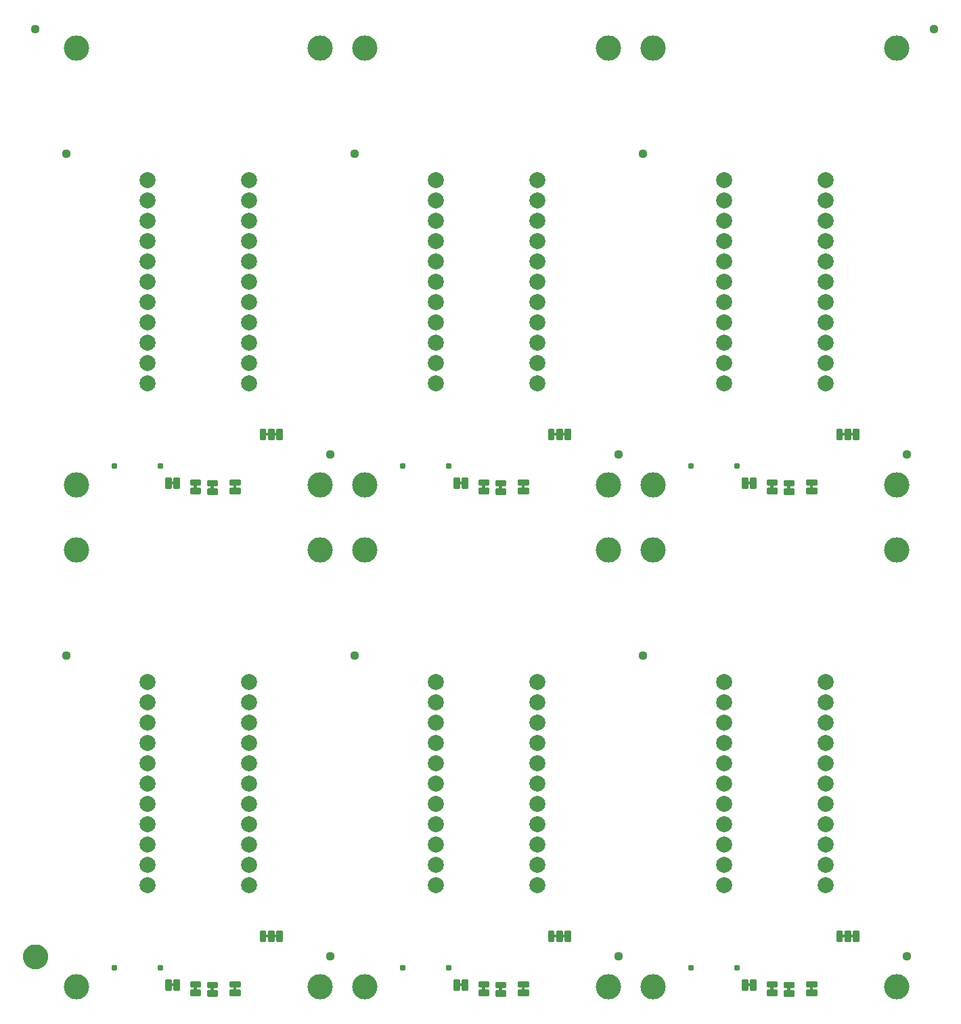
<source format=gbs>
G04 EAGLE Gerber RS-274X export*
G75*
%MOMM*%
%FSLAX34Y34*%
%LPD*%
%INSoldermask Bottom*%
%IPPOS*%
%AMOC8*
5,1,8,0,0,1.08239X$1,22.5*%
G01*
%ADD10C,0.228344*%
%ADD11C,1.127000*%
%ADD12C,2.006600*%
%ADD13C,3.175000*%
%ADD14C,0.777000*%
%ADD15C,1.270000*%
%ADD16C,1.627000*%

G36*
X557087Y20296D02*
X557087Y20296D01*
X557153Y20298D01*
X557196Y20316D01*
X557243Y20324D01*
X557300Y20357D01*
X557360Y20382D01*
X557395Y20414D01*
X557436Y20438D01*
X557478Y20489D01*
X557526Y20534D01*
X557548Y20576D01*
X557577Y20612D01*
X557598Y20675D01*
X557629Y20733D01*
X557637Y20788D01*
X557649Y20825D01*
X557648Y20864D01*
X557656Y20919D01*
X557656Y24729D01*
X557645Y24793D01*
X557643Y24859D01*
X557625Y24903D01*
X557617Y24949D01*
X557583Y25006D01*
X557558Y25067D01*
X557527Y25102D01*
X557502Y25143D01*
X557451Y25184D01*
X557407Y25233D01*
X557365Y25254D01*
X557328Y25284D01*
X557266Y25305D01*
X557207Y25335D01*
X557153Y25343D01*
X557116Y25356D01*
X557076Y25355D01*
X557022Y25363D01*
X554482Y25363D01*
X554417Y25351D01*
X554351Y25349D01*
X554308Y25331D01*
X554261Y25323D01*
X554204Y25290D01*
X554144Y25265D01*
X554109Y25233D01*
X554068Y25209D01*
X554027Y25158D01*
X553978Y25113D01*
X553956Y25071D01*
X553927Y25035D01*
X553906Y24973D01*
X553875Y24914D01*
X553867Y24859D01*
X553855Y24822D01*
X553855Y24818D01*
X553856Y24782D01*
X553848Y24729D01*
X553848Y20919D01*
X553859Y20854D01*
X553861Y20788D01*
X553879Y20744D01*
X553887Y20698D01*
X553921Y20641D01*
X553946Y20580D01*
X553977Y20545D01*
X554002Y20504D01*
X554053Y20463D01*
X554097Y20414D01*
X554139Y20393D01*
X554176Y20363D01*
X554238Y20342D01*
X554297Y20312D01*
X554351Y20304D01*
X554388Y20291D01*
X554428Y20292D01*
X554482Y20284D01*
X557022Y20284D01*
X557087Y20296D01*
G37*
G36*
X896685Y648692D02*
X896685Y648692D01*
X896751Y648694D01*
X896794Y648712D01*
X896841Y648720D01*
X896898Y648753D01*
X896958Y648778D01*
X896993Y648810D01*
X897034Y648834D01*
X897076Y648885D01*
X897124Y648930D01*
X897146Y648972D01*
X897175Y649008D01*
X897196Y649071D01*
X897227Y649129D01*
X897235Y649184D01*
X897247Y649221D01*
X897246Y649260D01*
X897254Y649315D01*
X897254Y653125D01*
X897243Y653189D01*
X897241Y653255D01*
X897223Y653299D01*
X897215Y653345D01*
X897181Y653402D01*
X897156Y653463D01*
X897125Y653498D01*
X897100Y653539D01*
X897049Y653580D01*
X897005Y653629D01*
X896963Y653650D01*
X896926Y653680D01*
X896864Y653701D01*
X896805Y653731D01*
X896751Y653739D01*
X896714Y653752D01*
X896674Y653751D01*
X896620Y653759D01*
X894080Y653759D01*
X894015Y653747D01*
X893949Y653745D01*
X893906Y653727D01*
X893859Y653719D01*
X893802Y653686D01*
X893742Y653661D01*
X893707Y653629D01*
X893666Y653605D01*
X893625Y653554D01*
X893576Y653509D01*
X893554Y653467D01*
X893525Y653431D01*
X893504Y653369D01*
X893473Y653310D01*
X893465Y653255D01*
X893453Y653218D01*
X893453Y653214D01*
X893454Y653178D01*
X893446Y653125D01*
X893446Y649315D01*
X893457Y649250D01*
X893459Y649184D01*
X893477Y649140D01*
X893485Y649094D01*
X893519Y649037D01*
X893544Y648976D01*
X893575Y648941D01*
X893600Y648900D01*
X893651Y648859D01*
X893695Y648810D01*
X893737Y648789D01*
X893774Y648759D01*
X893836Y648738D01*
X893895Y648708D01*
X893949Y648700D01*
X893986Y648687D01*
X894026Y648688D01*
X894080Y648680D01*
X896620Y648680D01*
X896685Y648692D01*
G37*
G36*
X585535Y648692D02*
X585535Y648692D01*
X585601Y648694D01*
X585644Y648712D01*
X585691Y648720D01*
X585748Y648753D01*
X585808Y648778D01*
X585843Y648810D01*
X585884Y648834D01*
X585926Y648885D01*
X585974Y648930D01*
X585996Y648972D01*
X586025Y649008D01*
X586046Y649071D01*
X586077Y649129D01*
X586085Y649184D01*
X586097Y649221D01*
X586096Y649260D01*
X586104Y649315D01*
X586104Y653125D01*
X586093Y653189D01*
X586091Y653255D01*
X586073Y653299D01*
X586065Y653345D01*
X586031Y653402D01*
X586006Y653463D01*
X585975Y653498D01*
X585950Y653539D01*
X585899Y653580D01*
X585855Y653629D01*
X585813Y653650D01*
X585776Y653680D01*
X585714Y653701D01*
X585655Y653731D01*
X585601Y653739D01*
X585564Y653752D01*
X585524Y653751D01*
X585470Y653759D01*
X582930Y653759D01*
X582865Y653747D01*
X582799Y653745D01*
X582756Y653727D01*
X582709Y653719D01*
X582652Y653686D01*
X582592Y653661D01*
X582557Y653629D01*
X582516Y653605D01*
X582475Y653554D01*
X582426Y653509D01*
X582404Y653467D01*
X582375Y653431D01*
X582354Y653369D01*
X582323Y653310D01*
X582315Y653255D01*
X582303Y653218D01*
X582303Y653214D01*
X582304Y653178D01*
X582296Y653125D01*
X582296Y649315D01*
X582307Y649250D01*
X582309Y649184D01*
X582327Y649140D01*
X582335Y649094D01*
X582369Y649037D01*
X582394Y648976D01*
X582425Y648941D01*
X582450Y648900D01*
X582501Y648859D01*
X582545Y648810D01*
X582587Y648789D01*
X582624Y648759D01*
X582686Y648738D01*
X582745Y648708D01*
X582799Y648700D01*
X582836Y648687D01*
X582876Y648688D01*
X582930Y648680D01*
X585470Y648680D01*
X585535Y648692D01*
G37*
G36*
X224855Y648692D02*
X224855Y648692D01*
X224921Y648694D01*
X224964Y648712D01*
X225011Y648720D01*
X225068Y648753D01*
X225128Y648778D01*
X225163Y648810D01*
X225204Y648834D01*
X225246Y648885D01*
X225294Y648930D01*
X225316Y648972D01*
X225345Y649008D01*
X225366Y649071D01*
X225397Y649129D01*
X225405Y649184D01*
X225417Y649221D01*
X225416Y649260D01*
X225424Y649315D01*
X225424Y653125D01*
X225413Y653189D01*
X225411Y653255D01*
X225393Y653299D01*
X225385Y653345D01*
X225351Y653402D01*
X225326Y653463D01*
X225295Y653498D01*
X225270Y653539D01*
X225219Y653580D01*
X225175Y653629D01*
X225133Y653650D01*
X225096Y653680D01*
X225034Y653701D01*
X224975Y653731D01*
X224921Y653739D01*
X224884Y653752D01*
X224844Y653751D01*
X224790Y653759D01*
X222250Y653759D01*
X222185Y653747D01*
X222119Y653745D01*
X222076Y653727D01*
X222029Y653719D01*
X221972Y653686D01*
X221912Y653661D01*
X221877Y653629D01*
X221836Y653605D01*
X221795Y653554D01*
X221746Y653509D01*
X221724Y653467D01*
X221695Y653431D01*
X221674Y653369D01*
X221643Y653310D01*
X221635Y653255D01*
X221623Y653218D01*
X221623Y653214D01*
X221624Y653178D01*
X221616Y653125D01*
X221616Y649315D01*
X221627Y649250D01*
X221629Y649184D01*
X221647Y649140D01*
X221655Y649094D01*
X221689Y649037D01*
X221714Y648976D01*
X221745Y648941D01*
X221770Y648900D01*
X221821Y648859D01*
X221865Y648810D01*
X221907Y648789D01*
X221944Y648759D01*
X222006Y648738D01*
X222065Y648708D01*
X222119Y648700D01*
X222156Y648687D01*
X222196Y648688D01*
X222250Y648680D01*
X224790Y648680D01*
X224855Y648692D01*
G37*
G36*
X536005Y648692D02*
X536005Y648692D01*
X536071Y648694D01*
X536114Y648712D01*
X536161Y648720D01*
X536218Y648753D01*
X536278Y648778D01*
X536313Y648810D01*
X536354Y648834D01*
X536396Y648885D01*
X536444Y648930D01*
X536466Y648972D01*
X536495Y649008D01*
X536516Y649071D01*
X536547Y649129D01*
X536555Y649184D01*
X536567Y649221D01*
X536566Y649260D01*
X536574Y649315D01*
X536574Y653125D01*
X536563Y653189D01*
X536561Y653255D01*
X536543Y653299D01*
X536535Y653345D01*
X536501Y653402D01*
X536476Y653463D01*
X536445Y653498D01*
X536420Y653539D01*
X536369Y653580D01*
X536325Y653629D01*
X536283Y653650D01*
X536246Y653680D01*
X536184Y653701D01*
X536125Y653731D01*
X536071Y653739D01*
X536034Y653752D01*
X535994Y653751D01*
X535940Y653759D01*
X533400Y653759D01*
X533335Y653747D01*
X533269Y653745D01*
X533226Y653727D01*
X533179Y653719D01*
X533122Y653686D01*
X533062Y653661D01*
X533027Y653629D01*
X532986Y653605D01*
X532945Y653554D01*
X532896Y653509D01*
X532874Y653467D01*
X532845Y653431D01*
X532824Y653369D01*
X532793Y653310D01*
X532785Y653255D01*
X532773Y653218D01*
X532773Y653214D01*
X532774Y653178D01*
X532766Y653125D01*
X532766Y649315D01*
X532777Y649250D01*
X532779Y649184D01*
X532797Y649140D01*
X532805Y649094D01*
X532839Y649037D01*
X532864Y648976D01*
X532895Y648941D01*
X532920Y648900D01*
X532971Y648859D01*
X533015Y648810D01*
X533057Y648789D01*
X533094Y648759D01*
X533156Y648738D01*
X533215Y648708D01*
X533269Y648700D01*
X533306Y648687D01*
X533346Y648688D01*
X533400Y648680D01*
X535940Y648680D01*
X536005Y648692D01*
G37*
G36*
X175325Y648692D02*
X175325Y648692D01*
X175391Y648694D01*
X175434Y648712D01*
X175481Y648720D01*
X175538Y648753D01*
X175598Y648778D01*
X175633Y648810D01*
X175674Y648834D01*
X175716Y648885D01*
X175764Y648930D01*
X175786Y648972D01*
X175815Y649008D01*
X175836Y649071D01*
X175867Y649129D01*
X175875Y649184D01*
X175887Y649221D01*
X175886Y649260D01*
X175894Y649315D01*
X175894Y653125D01*
X175883Y653189D01*
X175881Y653255D01*
X175863Y653299D01*
X175855Y653345D01*
X175821Y653402D01*
X175796Y653463D01*
X175765Y653498D01*
X175740Y653539D01*
X175689Y653580D01*
X175645Y653629D01*
X175603Y653650D01*
X175566Y653680D01*
X175504Y653701D01*
X175445Y653731D01*
X175391Y653739D01*
X175354Y653752D01*
X175314Y653751D01*
X175260Y653759D01*
X172720Y653759D01*
X172655Y653747D01*
X172589Y653745D01*
X172546Y653727D01*
X172499Y653719D01*
X172442Y653686D01*
X172382Y653661D01*
X172347Y653629D01*
X172306Y653605D01*
X172265Y653554D01*
X172216Y653509D01*
X172194Y653467D01*
X172165Y653431D01*
X172144Y653369D01*
X172113Y653310D01*
X172105Y653255D01*
X172093Y653218D01*
X172093Y653214D01*
X172094Y653178D01*
X172086Y653125D01*
X172086Y649315D01*
X172097Y649250D01*
X172099Y649184D01*
X172117Y649140D01*
X172125Y649094D01*
X172159Y649037D01*
X172184Y648976D01*
X172215Y648941D01*
X172240Y648900D01*
X172291Y648859D01*
X172335Y648810D01*
X172377Y648789D01*
X172414Y648759D01*
X172476Y648738D01*
X172535Y648708D01*
X172589Y648700D01*
X172626Y648687D01*
X172666Y648688D01*
X172720Y648680D01*
X175260Y648680D01*
X175325Y648692D01*
G37*
G36*
X557087Y647676D02*
X557087Y647676D01*
X557153Y647678D01*
X557196Y647696D01*
X557243Y647704D01*
X557300Y647737D01*
X557360Y647762D01*
X557395Y647794D01*
X557436Y647818D01*
X557478Y647869D01*
X557526Y647914D01*
X557548Y647956D01*
X557577Y647992D01*
X557598Y648055D01*
X557629Y648113D01*
X557637Y648168D01*
X557649Y648205D01*
X557648Y648244D01*
X557656Y648299D01*
X557656Y652109D01*
X557645Y652173D01*
X557643Y652239D01*
X557625Y652283D01*
X557617Y652329D01*
X557583Y652386D01*
X557558Y652447D01*
X557527Y652482D01*
X557502Y652523D01*
X557451Y652564D01*
X557407Y652613D01*
X557365Y652634D01*
X557328Y652664D01*
X557266Y652685D01*
X557207Y652715D01*
X557153Y652723D01*
X557116Y652736D01*
X557076Y652735D01*
X557022Y652743D01*
X554482Y652743D01*
X554417Y652731D01*
X554351Y652729D01*
X554308Y652711D01*
X554261Y652703D01*
X554204Y652670D01*
X554144Y652645D01*
X554109Y652613D01*
X554068Y652589D01*
X554027Y652538D01*
X553978Y652493D01*
X553956Y652451D01*
X553927Y652415D01*
X553906Y652353D01*
X553875Y652294D01*
X553867Y652239D01*
X553855Y652202D01*
X553855Y652198D01*
X553856Y652162D01*
X553848Y652109D01*
X553848Y648299D01*
X553859Y648234D01*
X553861Y648168D01*
X553879Y648124D01*
X553887Y648078D01*
X553921Y648021D01*
X553946Y647960D01*
X553977Y647925D01*
X554002Y647884D01*
X554053Y647843D01*
X554097Y647794D01*
X554139Y647773D01*
X554176Y647743D01*
X554238Y647722D01*
X554297Y647692D01*
X554351Y647684D01*
X554388Y647671D01*
X554428Y647672D01*
X554482Y647664D01*
X557022Y647664D01*
X557087Y647676D01*
G37*
G36*
X917767Y647676D02*
X917767Y647676D01*
X917833Y647678D01*
X917876Y647696D01*
X917923Y647704D01*
X917980Y647737D01*
X918040Y647762D01*
X918075Y647794D01*
X918116Y647818D01*
X918158Y647869D01*
X918206Y647914D01*
X918228Y647956D01*
X918257Y647992D01*
X918278Y648055D01*
X918309Y648113D01*
X918317Y648168D01*
X918329Y648205D01*
X918328Y648244D01*
X918336Y648299D01*
X918336Y652109D01*
X918325Y652173D01*
X918323Y652239D01*
X918305Y652283D01*
X918297Y652329D01*
X918263Y652386D01*
X918238Y652447D01*
X918207Y652482D01*
X918182Y652523D01*
X918131Y652564D01*
X918087Y652613D01*
X918045Y652634D01*
X918008Y652664D01*
X917946Y652685D01*
X917887Y652715D01*
X917833Y652723D01*
X917796Y652736D01*
X917756Y652735D01*
X917702Y652743D01*
X915162Y652743D01*
X915097Y652731D01*
X915031Y652729D01*
X914988Y652711D01*
X914941Y652703D01*
X914884Y652670D01*
X914824Y652645D01*
X914789Y652613D01*
X914748Y652589D01*
X914707Y652538D01*
X914658Y652493D01*
X914636Y652451D01*
X914607Y652415D01*
X914586Y652353D01*
X914555Y652294D01*
X914547Y652239D01*
X914535Y652202D01*
X914535Y652198D01*
X914536Y652162D01*
X914528Y652109D01*
X914528Y648299D01*
X914539Y648234D01*
X914541Y648168D01*
X914559Y648124D01*
X914567Y648078D01*
X914601Y648021D01*
X914626Y647960D01*
X914657Y647925D01*
X914682Y647884D01*
X914733Y647843D01*
X914777Y647794D01*
X914819Y647773D01*
X914856Y647743D01*
X914918Y647722D01*
X914977Y647692D01*
X915031Y647684D01*
X915068Y647671D01*
X915108Y647672D01*
X915162Y647664D01*
X917702Y647664D01*
X917767Y647676D01*
G37*
G36*
X196407Y647676D02*
X196407Y647676D01*
X196473Y647678D01*
X196516Y647696D01*
X196563Y647704D01*
X196620Y647737D01*
X196680Y647762D01*
X196715Y647794D01*
X196756Y647818D01*
X196798Y647869D01*
X196846Y647914D01*
X196868Y647956D01*
X196897Y647992D01*
X196918Y648055D01*
X196949Y648113D01*
X196957Y648168D01*
X196969Y648205D01*
X196968Y648244D01*
X196976Y648299D01*
X196976Y652109D01*
X196965Y652173D01*
X196963Y652239D01*
X196945Y652283D01*
X196937Y652329D01*
X196903Y652386D01*
X196878Y652447D01*
X196847Y652482D01*
X196822Y652523D01*
X196771Y652564D01*
X196727Y652613D01*
X196685Y652634D01*
X196648Y652664D01*
X196586Y652685D01*
X196527Y652715D01*
X196473Y652723D01*
X196436Y652736D01*
X196396Y652735D01*
X196342Y652743D01*
X193802Y652743D01*
X193737Y652731D01*
X193671Y652729D01*
X193628Y652711D01*
X193581Y652703D01*
X193524Y652670D01*
X193464Y652645D01*
X193429Y652613D01*
X193388Y652589D01*
X193347Y652538D01*
X193298Y652493D01*
X193276Y652451D01*
X193247Y652415D01*
X193226Y652353D01*
X193195Y652294D01*
X193187Y652239D01*
X193175Y652202D01*
X193175Y652198D01*
X193176Y652162D01*
X193168Y652109D01*
X193168Y648299D01*
X193179Y648234D01*
X193181Y648168D01*
X193199Y648124D01*
X193207Y648078D01*
X193241Y648021D01*
X193266Y647960D01*
X193297Y647925D01*
X193322Y647884D01*
X193373Y647843D01*
X193417Y647794D01*
X193459Y647773D01*
X193496Y647743D01*
X193558Y647722D01*
X193617Y647692D01*
X193671Y647684D01*
X193708Y647671D01*
X193748Y647672D01*
X193802Y647664D01*
X196342Y647664D01*
X196407Y647676D01*
G37*
G36*
X946215Y648692D02*
X946215Y648692D01*
X946281Y648694D01*
X946324Y648712D01*
X946371Y648720D01*
X946428Y648753D01*
X946488Y648778D01*
X946523Y648810D01*
X946564Y648834D01*
X946606Y648885D01*
X946654Y648930D01*
X946676Y648972D01*
X946705Y649008D01*
X946726Y649071D01*
X946757Y649129D01*
X946765Y649184D01*
X946777Y649221D01*
X946776Y649260D01*
X946784Y649315D01*
X946784Y653125D01*
X946773Y653189D01*
X946771Y653255D01*
X946753Y653299D01*
X946745Y653345D01*
X946711Y653402D01*
X946686Y653463D01*
X946655Y653498D01*
X946630Y653539D01*
X946579Y653580D01*
X946535Y653629D01*
X946493Y653650D01*
X946456Y653680D01*
X946394Y653701D01*
X946335Y653731D01*
X946281Y653739D01*
X946244Y653752D01*
X946204Y653751D01*
X946150Y653759D01*
X943610Y653759D01*
X943545Y653747D01*
X943479Y653745D01*
X943436Y653727D01*
X943389Y653719D01*
X943332Y653686D01*
X943272Y653661D01*
X943237Y653629D01*
X943196Y653605D01*
X943155Y653554D01*
X943106Y653509D01*
X943084Y653467D01*
X943055Y653431D01*
X943034Y653369D01*
X943003Y653310D01*
X942995Y653255D01*
X942983Y653218D01*
X942983Y653214D01*
X942984Y653178D01*
X942976Y653125D01*
X942976Y649315D01*
X942987Y649250D01*
X942989Y649184D01*
X943007Y649140D01*
X943015Y649094D01*
X943049Y649037D01*
X943074Y648976D01*
X943105Y648941D01*
X943130Y648900D01*
X943181Y648859D01*
X943225Y648810D01*
X943267Y648789D01*
X943304Y648759D01*
X943366Y648738D01*
X943425Y648708D01*
X943479Y648700D01*
X943516Y648687D01*
X943556Y648688D01*
X943610Y648680D01*
X946150Y648680D01*
X946215Y648692D01*
G37*
G36*
X224855Y21312D02*
X224855Y21312D01*
X224921Y21314D01*
X224964Y21332D01*
X225011Y21340D01*
X225068Y21373D01*
X225128Y21398D01*
X225163Y21430D01*
X225204Y21454D01*
X225246Y21505D01*
X225294Y21550D01*
X225316Y21592D01*
X225345Y21628D01*
X225366Y21691D01*
X225397Y21749D01*
X225405Y21804D01*
X225417Y21841D01*
X225416Y21880D01*
X225424Y21935D01*
X225424Y25745D01*
X225413Y25809D01*
X225411Y25875D01*
X225393Y25919D01*
X225385Y25965D01*
X225351Y26022D01*
X225326Y26083D01*
X225295Y26118D01*
X225270Y26159D01*
X225219Y26200D01*
X225175Y26249D01*
X225133Y26270D01*
X225096Y26300D01*
X225034Y26321D01*
X224975Y26351D01*
X224921Y26359D01*
X224884Y26372D01*
X224844Y26371D01*
X224790Y26379D01*
X222250Y26379D01*
X222185Y26367D01*
X222119Y26365D01*
X222076Y26347D01*
X222029Y26339D01*
X221972Y26306D01*
X221912Y26281D01*
X221877Y26249D01*
X221836Y26225D01*
X221795Y26174D01*
X221746Y26129D01*
X221724Y26087D01*
X221695Y26051D01*
X221674Y25989D01*
X221643Y25930D01*
X221635Y25875D01*
X221623Y25838D01*
X221623Y25834D01*
X221624Y25798D01*
X221616Y25745D01*
X221616Y21935D01*
X221627Y21870D01*
X221629Y21804D01*
X221647Y21760D01*
X221655Y21714D01*
X221689Y21657D01*
X221714Y21596D01*
X221745Y21561D01*
X221770Y21520D01*
X221821Y21479D01*
X221865Y21430D01*
X221907Y21409D01*
X221944Y21379D01*
X222006Y21358D01*
X222065Y21328D01*
X222119Y21320D01*
X222156Y21307D01*
X222196Y21308D01*
X222250Y21300D01*
X224790Y21300D01*
X224855Y21312D01*
G37*
G36*
X175325Y21312D02*
X175325Y21312D01*
X175391Y21314D01*
X175434Y21332D01*
X175481Y21340D01*
X175538Y21373D01*
X175598Y21398D01*
X175633Y21430D01*
X175674Y21454D01*
X175716Y21505D01*
X175764Y21550D01*
X175786Y21592D01*
X175815Y21628D01*
X175836Y21691D01*
X175867Y21749D01*
X175875Y21804D01*
X175887Y21841D01*
X175886Y21880D01*
X175894Y21935D01*
X175894Y25745D01*
X175883Y25809D01*
X175881Y25875D01*
X175863Y25919D01*
X175855Y25965D01*
X175821Y26022D01*
X175796Y26083D01*
X175765Y26118D01*
X175740Y26159D01*
X175689Y26200D01*
X175645Y26249D01*
X175603Y26270D01*
X175566Y26300D01*
X175504Y26321D01*
X175445Y26351D01*
X175391Y26359D01*
X175354Y26372D01*
X175314Y26371D01*
X175260Y26379D01*
X172720Y26379D01*
X172655Y26367D01*
X172589Y26365D01*
X172546Y26347D01*
X172499Y26339D01*
X172442Y26306D01*
X172382Y26281D01*
X172347Y26249D01*
X172306Y26225D01*
X172265Y26174D01*
X172216Y26129D01*
X172194Y26087D01*
X172165Y26051D01*
X172144Y25989D01*
X172113Y25930D01*
X172105Y25875D01*
X172093Y25838D01*
X172093Y25834D01*
X172094Y25798D01*
X172086Y25745D01*
X172086Y21935D01*
X172097Y21870D01*
X172099Y21804D01*
X172117Y21760D01*
X172125Y21714D01*
X172159Y21657D01*
X172184Y21596D01*
X172215Y21561D01*
X172240Y21520D01*
X172291Y21479D01*
X172335Y21430D01*
X172377Y21409D01*
X172414Y21379D01*
X172476Y21358D01*
X172535Y21328D01*
X172589Y21320D01*
X172626Y21307D01*
X172666Y21308D01*
X172720Y21300D01*
X175260Y21300D01*
X175325Y21312D01*
G37*
G36*
X536005Y21312D02*
X536005Y21312D01*
X536071Y21314D01*
X536114Y21332D01*
X536161Y21340D01*
X536218Y21373D01*
X536278Y21398D01*
X536313Y21430D01*
X536354Y21454D01*
X536396Y21505D01*
X536444Y21550D01*
X536466Y21592D01*
X536495Y21628D01*
X536516Y21691D01*
X536547Y21749D01*
X536555Y21804D01*
X536567Y21841D01*
X536566Y21880D01*
X536574Y21935D01*
X536574Y25745D01*
X536563Y25809D01*
X536561Y25875D01*
X536543Y25919D01*
X536535Y25965D01*
X536501Y26022D01*
X536476Y26083D01*
X536445Y26118D01*
X536420Y26159D01*
X536369Y26200D01*
X536325Y26249D01*
X536283Y26270D01*
X536246Y26300D01*
X536184Y26321D01*
X536125Y26351D01*
X536071Y26359D01*
X536034Y26372D01*
X535994Y26371D01*
X535940Y26379D01*
X533400Y26379D01*
X533335Y26367D01*
X533269Y26365D01*
X533226Y26347D01*
X533179Y26339D01*
X533122Y26306D01*
X533062Y26281D01*
X533027Y26249D01*
X532986Y26225D01*
X532945Y26174D01*
X532896Y26129D01*
X532874Y26087D01*
X532845Y26051D01*
X532824Y25989D01*
X532793Y25930D01*
X532785Y25875D01*
X532773Y25838D01*
X532773Y25834D01*
X532774Y25798D01*
X532766Y25745D01*
X532766Y21935D01*
X532777Y21870D01*
X532779Y21804D01*
X532797Y21760D01*
X532805Y21714D01*
X532839Y21657D01*
X532864Y21596D01*
X532895Y21561D01*
X532920Y21520D01*
X532971Y21479D01*
X533015Y21430D01*
X533057Y21409D01*
X533094Y21379D01*
X533156Y21358D01*
X533215Y21328D01*
X533269Y21320D01*
X533306Y21307D01*
X533346Y21308D01*
X533400Y21300D01*
X535940Y21300D01*
X536005Y21312D01*
G37*
G36*
X946215Y21312D02*
X946215Y21312D01*
X946281Y21314D01*
X946324Y21332D01*
X946371Y21340D01*
X946428Y21373D01*
X946488Y21398D01*
X946523Y21430D01*
X946564Y21454D01*
X946606Y21505D01*
X946654Y21550D01*
X946676Y21592D01*
X946705Y21628D01*
X946726Y21691D01*
X946757Y21749D01*
X946765Y21804D01*
X946777Y21841D01*
X946776Y21880D01*
X946784Y21935D01*
X946784Y25745D01*
X946773Y25809D01*
X946771Y25875D01*
X946753Y25919D01*
X946745Y25965D01*
X946711Y26022D01*
X946686Y26083D01*
X946655Y26118D01*
X946630Y26159D01*
X946579Y26200D01*
X946535Y26249D01*
X946493Y26270D01*
X946456Y26300D01*
X946394Y26321D01*
X946335Y26351D01*
X946281Y26359D01*
X946244Y26372D01*
X946204Y26371D01*
X946150Y26379D01*
X943610Y26379D01*
X943545Y26367D01*
X943479Y26365D01*
X943436Y26347D01*
X943389Y26339D01*
X943332Y26306D01*
X943272Y26281D01*
X943237Y26249D01*
X943196Y26225D01*
X943155Y26174D01*
X943106Y26129D01*
X943084Y26087D01*
X943055Y26051D01*
X943034Y25989D01*
X943003Y25930D01*
X942995Y25875D01*
X942983Y25838D01*
X942983Y25834D01*
X942984Y25798D01*
X942976Y25745D01*
X942976Y21935D01*
X942987Y21870D01*
X942989Y21804D01*
X943007Y21760D01*
X943015Y21714D01*
X943049Y21657D01*
X943074Y21596D01*
X943105Y21561D01*
X943130Y21520D01*
X943181Y21479D01*
X943225Y21430D01*
X943267Y21409D01*
X943304Y21379D01*
X943366Y21358D01*
X943425Y21328D01*
X943479Y21320D01*
X943516Y21307D01*
X943556Y21308D01*
X943610Y21300D01*
X946150Y21300D01*
X946215Y21312D01*
G37*
G36*
X585535Y21312D02*
X585535Y21312D01*
X585601Y21314D01*
X585644Y21332D01*
X585691Y21340D01*
X585748Y21373D01*
X585808Y21398D01*
X585843Y21430D01*
X585884Y21454D01*
X585926Y21505D01*
X585974Y21550D01*
X585996Y21592D01*
X586025Y21628D01*
X586046Y21691D01*
X586077Y21749D01*
X586085Y21804D01*
X586097Y21841D01*
X586096Y21880D01*
X586104Y21935D01*
X586104Y25745D01*
X586093Y25809D01*
X586091Y25875D01*
X586073Y25919D01*
X586065Y25965D01*
X586031Y26022D01*
X586006Y26083D01*
X585975Y26118D01*
X585950Y26159D01*
X585899Y26200D01*
X585855Y26249D01*
X585813Y26270D01*
X585776Y26300D01*
X585714Y26321D01*
X585655Y26351D01*
X585601Y26359D01*
X585564Y26372D01*
X585524Y26371D01*
X585470Y26379D01*
X582930Y26379D01*
X582865Y26367D01*
X582799Y26365D01*
X582756Y26347D01*
X582709Y26339D01*
X582652Y26306D01*
X582592Y26281D01*
X582557Y26249D01*
X582516Y26225D01*
X582475Y26174D01*
X582426Y26129D01*
X582404Y26087D01*
X582375Y26051D01*
X582354Y25989D01*
X582323Y25930D01*
X582315Y25875D01*
X582303Y25838D01*
X582303Y25834D01*
X582304Y25798D01*
X582296Y25745D01*
X582296Y21935D01*
X582307Y21870D01*
X582309Y21804D01*
X582327Y21760D01*
X582335Y21714D01*
X582369Y21657D01*
X582394Y21596D01*
X582425Y21561D01*
X582450Y21520D01*
X582501Y21479D01*
X582545Y21430D01*
X582587Y21409D01*
X582624Y21379D01*
X582686Y21358D01*
X582745Y21328D01*
X582799Y21320D01*
X582836Y21307D01*
X582876Y21308D01*
X582930Y21300D01*
X585470Y21300D01*
X585535Y21312D01*
G37*
G36*
X896685Y21312D02*
X896685Y21312D01*
X896751Y21314D01*
X896794Y21332D01*
X896841Y21340D01*
X896898Y21373D01*
X896958Y21398D01*
X896993Y21430D01*
X897034Y21454D01*
X897076Y21505D01*
X897124Y21550D01*
X897146Y21592D01*
X897175Y21628D01*
X897196Y21691D01*
X897227Y21749D01*
X897235Y21804D01*
X897247Y21841D01*
X897246Y21880D01*
X897254Y21935D01*
X897254Y25745D01*
X897243Y25809D01*
X897241Y25875D01*
X897223Y25919D01*
X897215Y25965D01*
X897181Y26022D01*
X897156Y26083D01*
X897125Y26118D01*
X897100Y26159D01*
X897049Y26200D01*
X897005Y26249D01*
X896963Y26270D01*
X896926Y26300D01*
X896864Y26321D01*
X896805Y26351D01*
X896751Y26359D01*
X896714Y26372D01*
X896674Y26371D01*
X896620Y26379D01*
X894080Y26379D01*
X894015Y26367D01*
X893949Y26365D01*
X893906Y26347D01*
X893859Y26339D01*
X893802Y26306D01*
X893742Y26281D01*
X893707Y26249D01*
X893666Y26225D01*
X893625Y26174D01*
X893576Y26129D01*
X893554Y26087D01*
X893525Y26051D01*
X893504Y25989D01*
X893473Y25930D01*
X893465Y25875D01*
X893453Y25838D01*
X893453Y25834D01*
X893454Y25798D01*
X893446Y25745D01*
X893446Y21935D01*
X893457Y21870D01*
X893459Y21804D01*
X893477Y21760D01*
X893485Y21714D01*
X893519Y21657D01*
X893544Y21596D01*
X893575Y21561D01*
X893600Y21520D01*
X893651Y21479D01*
X893695Y21430D01*
X893737Y21409D01*
X893774Y21379D01*
X893836Y21358D01*
X893895Y21328D01*
X893949Y21320D01*
X893986Y21307D01*
X894026Y21308D01*
X894080Y21300D01*
X896620Y21300D01*
X896685Y21312D01*
G37*
G36*
X917767Y20296D02*
X917767Y20296D01*
X917833Y20298D01*
X917876Y20316D01*
X917923Y20324D01*
X917980Y20357D01*
X918040Y20382D01*
X918075Y20414D01*
X918116Y20438D01*
X918158Y20489D01*
X918206Y20534D01*
X918228Y20576D01*
X918257Y20612D01*
X918278Y20675D01*
X918309Y20733D01*
X918317Y20788D01*
X918329Y20825D01*
X918328Y20864D01*
X918336Y20919D01*
X918336Y24729D01*
X918325Y24793D01*
X918323Y24859D01*
X918305Y24903D01*
X918297Y24949D01*
X918263Y25006D01*
X918238Y25067D01*
X918207Y25102D01*
X918182Y25143D01*
X918131Y25184D01*
X918087Y25233D01*
X918045Y25254D01*
X918008Y25284D01*
X917946Y25305D01*
X917887Y25335D01*
X917833Y25343D01*
X917796Y25356D01*
X917756Y25355D01*
X917702Y25363D01*
X915162Y25363D01*
X915097Y25351D01*
X915031Y25349D01*
X914988Y25331D01*
X914941Y25323D01*
X914884Y25290D01*
X914824Y25265D01*
X914789Y25233D01*
X914748Y25209D01*
X914707Y25158D01*
X914658Y25113D01*
X914636Y25071D01*
X914607Y25035D01*
X914586Y24973D01*
X914555Y24914D01*
X914547Y24859D01*
X914535Y24822D01*
X914535Y24818D01*
X914536Y24782D01*
X914528Y24729D01*
X914528Y20919D01*
X914539Y20854D01*
X914541Y20788D01*
X914559Y20744D01*
X914567Y20698D01*
X914601Y20641D01*
X914626Y20580D01*
X914657Y20545D01*
X914682Y20504D01*
X914733Y20463D01*
X914777Y20414D01*
X914819Y20393D01*
X914856Y20363D01*
X914918Y20342D01*
X914977Y20312D01*
X915031Y20304D01*
X915068Y20291D01*
X915108Y20292D01*
X915162Y20284D01*
X917702Y20284D01*
X917767Y20296D01*
G37*
G36*
X196407Y20296D02*
X196407Y20296D01*
X196473Y20298D01*
X196516Y20316D01*
X196563Y20324D01*
X196620Y20357D01*
X196680Y20382D01*
X196715Y20414D01*
X196756Y20438D01*
X196798Y20489D01*
X196846Y20534D01*
X196868Y20576D01*
X196897Y20612D01*
X196918Y20675D01*
X196949Y20733D01*
X196957Y20788D01*
X196969Y20825D01*
X196968Y20864D01*
X196976Y20919D01*
X196976Y24729D01*
X196965Y24793D01*
X196963Y24859D01*
X196945Y24903D01*
X196937Y24949D01*
X196903Y25006D01*
X196878Y25067D01*
X196847Y25102D01*
X196822Y25143D01*
X196771Y25184D01*
X196727Y25233D01*
X196685Y25254D01*
X196648Y25284D01*
X196586Y25305D01*
X196527Y25335D01*
X196473Y25343D01*
X196436Y25356D01*
X196396Y25355D01*
X196342Y25363D01*
X193802Y25363D01*
X193737Y25351D01*
X193671Y25349D01*
X193628Y25331D01*
X193581Y25323D01*
X193524Y25290D01*
X193464Y25265D01*
X193429Y25233D01*
X193388Y25209D01*
X193347Y25158D01*
X193298Y25113D01*
X193276Y25071D01*
X193247Y25035D01*
X193226Y24973D01*
X193195Y24914D01*
X193187Y24859D01*
X193175Y24822D01*
X193175Y24818D01*
X193176Y24782D01*
X193168Y24729D01*
X193168Y20919D01*
X193179Y20854D01*
X193181Y20788D01*
X193199Y20744D01*
X193207Y20698D01*
X193241Y20641D01*
X193266Y20580D01*
X193297Y20545D01*
X193322Y20504D01*
X193373Y20463D01*
X193417Y20414D01*
X193459Y20393D01*
X193496Y20363D01*
X193558Y20342D01*
X193617Y20312D01*
X193671Y20304D01*
X193708Y20291D01*
X193748Y20292D01*
X193802Y20284D01*
X196342Y20284D01*
X196407Y20296D01*
G37*
G36*
X275782Y714387D02*
X275782Y714387D01*
X275848Y714389D01*
X275891Y714407D01*
X275938Y714415D01*
X275995Y714449D01*
X276055Y714474D01*
X276090Y714505D01*
X276131Y714530D01*
X276173Y714581D01*
X276221Y714625D01*
X276243Y714667D01*
X276272Y714704D01*
X276293Y714766D01*
X276324Y714825D01*
X276332Y714879D01*
X276344Y714916D01*
X276343Y714956D01*
X276351Y715010D01*
X276351Y717550D01*
X276340Y717615D01*
X276338Y717681D01*
X276320Y717724D01*
X276312Y717771D01*
X276278Y717828D01*
X276253Y717888D01*
X276222Y717923D01*
X276197Y717964D01*
X276146Y718006D01*
X276102Y718054D01*
X276060Y718076D01*
X276023Y718105D01*
X275961Y718126D01*
X275902Y718157D01*
X275848Y718165D01*
X275811Y718177D01*
X275771Y718176D01*
X275717Y718184D01*
X271907Y718184D01*
X271842Y718173D01*
X271776Y718171D01*
X271733Y718153D01*
X271686Y718145D01*
X271629Y718111D01*
X271569Y718086D01*
X271534Y718055D01*
X271493Y718030D01*
X271452Y717979D01*
X271403Y717935D01*
X271381Y717893D01*
X271352Y717856D01*
X271331Y717794D01*
X271300Y717735D01*
X271292Y717681D01*
X271280Y717644D01*
X271280Y717641D01*
X271281Y717604D01*
X271273Y717550D01*
X271273Y715010D01*
X271284Y714945D01*
X271286Y714879D01*
X271304Y714836D01*
X271312Y714789D01*
X271346Y714732D01*
X271371Y714672D01*
X271402Y714637D01*
X271427Y714596D01*
X271478Y714555D01*
X271522Y714506D01*
X271564Y714484D01*
X271601Y714455D01*
X271663Y714434D01*
X271722Y714403D01*
X271776Y714395D01*
X271813Y714383D01*
X271853Y714384D01*
X271907Y714376D01*
X275717Y714376D01*
X275782Y714387D01*
G37*
G36*
X997142Y87007D02*
X997142Y87007D01*
X997208Y87009D01*
X997251Y87027D01*
X997298Y87035D01*
X997355Y87069D01*
X997415Y87094D01*
X997450Y87125D01*
X997491Y87150D01*
X997533Y87201D01*
X997581Y87245D01*
X997603Y87287D01*
X997632Y87324D01*
X997653Y87386D01*
X997684Y87445D01*
X997692Y87499D01*
X997704Y87536D01*
X997703Y87576D01*
X997711Y87630D01*
X997711Y90170D01*
X997700Y90235D01*
X997698Y90301D01*
X997680Y90344D01*
X997672Y90391D01*
X997638Y90448D01*
X997613Y90508D01*
X997582Y90543D01*
X997557Y90584D01*
X997506Y90626D01*
X997462Y90674D01*
X997420Y90696D01*
X997383Y90725D01*
X997321Y90746D01*
X997262Y90777D01*
X997208Y90785D01*
X997171Y90797D01*
X997131Y90796D01*
X997077Y90804D01*
X993267Y90804D01*
X993202Y90793D01*
X993136Y90791D01*
X993093Y90773D01*
X993046Y90765D01*
X992989Y90731D01*
X992929Y90706D01*
X992894Y90675D01*
X992853Y90650D01*
X992812Y90599D01*
X992763Y90555D01*
X992741Y90513D01*
X992712Y90476D01*
X992691Y90414D01*
X992660Y90355D01*
X992652Y90301D01*
X992640Y90264D01*
X992640Y90261D01*
X992641Y90224D01*
X992633Y90170D01*
X992633Y87630D01*
X992644Y87565D01*
X992646Y87499D01*
X992664Y87456D01*
X992672Y87409D01*
X992706Y87352D01*
X992731Y87292D01*
X992762Y87257D01*
X992787Y87216D01*
X992838Y87175D01*
X992882Y87126D01*
X992924Y87104D01*
X992961Y87075D01*
X993023Y87054D01*
X993082Y87023D01*
X993136Y87015D01*
X993173Y87003D01*
X993213Y87004D01*
X993267Y86996D01*
X997077Y86996D01*
X997142Y87007D01*
G37*
G36*
X626302Y87007D02*
X626302Y87007D01*
X626368Y87009D01*
X626411Y87027D01*
X626458Y87035D01*
X626515Y87069D01*
X626575Y87094D01*
X626610Y87125D01*
X626651Y87150D01*
X626693Y87201D01*
X626741Y87245D01*
X626763Y87287D01*
X626792Y87324D01*
X626813Y87386D01*
X626844Y87445D01*
X626852Y87499D01*
X626864Y87536D01*
X626863Y87576D01*
X626871Y87630D01*
X626871Y90170D01*
X626860Y90235D01*
X626858Y90301D01*
X626840Y90344D01*
X626832Y90391D01*
X626798Y90448D01*
X626773Y90508D01*
X626742Y90543D01*
X626717Y90584D01*
X626666Y90626D01*
X626622Y90674D01*
X626580Y90696D01*
X626543Y90725D01*
X626481Y90746D01*
X626422Y90777D01*
X626368Y90785D01*
X626331Y90797D01*
X626291Y90796D01*
X626237Y90804D01*
X622427Y90804D01*
X622362Y90793D01*
X622296Y90791D01*
X622253Y90773D01*
X622206Y90765D01*
X622149Y90731D01*
X622089Y90706D01*
X622054Y90675D01*
X622013Y90650D01*
X621972Y90599D01*
X621923Y90555D01*
X621901Y90513D01*
X621872Y90476D01*
X621851Y90414D01*
X621820Y90355D01*
X621812Y90301D01*
X621800Y90264D01*
X621800Y90261D01*
X621801Y90224D01*
X621793Y90170D01*
X621793Y87630D01*
X621804Y87565D01*
X621806Y87499D01*
X621824Y87456D01*
X621832Y87409D01*
X621866Y87352D01*
X621891Y87292D01*
X621922Y87257D01*
X621947Y87216D01*
X621998Y87175D01*
X622042Y87126D01*
X622084Y87104D01*
X622121Y87075D01*
X622183Y87054D01*
X622242Y87023D01*
X622296Y87015D01*
X622333Y87003D01*
X622373Y87004D01*
X622427Y86996D01*
X626237Y86996D01*
X626302Y87007D01*
G37*
G36*
X986982Y87007D02*
X986982Y87007D01*
X987048Y87009D01*
X987091Y87027D01*
X987138Y87035D01*
X987195Y87069D01*
X987255Y87094D01*
X987290Y87125D01*
X987331Y87150D01*
X987373Y87201D01*
X987421Y87245D01*
X987443Y87287D01*
X987472Y87324D01*
X987493Y87386D01*
X987524Y87445D01*
X987532Y87499D01*
X987544Y87536D01*
X987543Y87576D01*
X987551Y87630D01*
X987551Y90170D01*
X987540Y90235D01*
X987538Y90301D01*
X987520Y90344D01*
X987512Y90391D01*
X987478Y90448D01*
X987453Y90508D01*
X987422Y90543D01*
X987397Y90584D01*
X987346Y90626D01*
X987302Y90674D01*
X987260Y90696D01*
X987223Y90725D01*
X987161Y90746D01*
X987102Y90777D01*
X987048Y90785D01*
X987011Y90797D01*
X986971Y90796D01*
X986917Y90804D01*
X983107Y90804D01*
X983042Y90793D01*
X982976Y90791D01*
X982933Y90773D01*
X982886Y90765D01*
X982829Y90731D01*
X982769Y90706D01*
X982734Y90675D01*
X982693Y90650D01*
X982652Y90599D01*
X982603Y90555D01*
X982581Y90513D01*
X982552Y90476D01*
X982531Y90414D01*
X982500Y90355D01*
X982492Y90301D01*
X982480Y90264D01*
X982480Y90261D01*
X982481Y90224D01*
X982473Y90170D01*
X982473Y87630D01*
X982484Y87565D01*
X982486Y87499D01*
X982504Y87456D01*
X982512Y87409D01*
X982546Y87352D01*
X982571Y87292D01*
X982602Y87257D01*
X982627Y87216D01*
X982678Y87175D01*
X982722Y87126D01*
X982764Y87104D01*
X982801Y87075D01*
X982863Y87054D01*
X982922Y87023D01*
X982976Y87015D01*
X983013Y87003D01*
X983053Y87004D01*
X983107Y86996D01*
X986917Y86996D01*
X986982Y87007D01*
G37*
G36*
X636462Y87007D02*
X636462Y87007D01*
X636528Y87009D01*
X636571Y87027D01*
X636618Y87035D01*
X636675Y87069D01*
X636735Y87094D01*
X636770Y87125D01*
X636811Y87150D01*
X636853Y87201D01*
X636901Y87245D01*
X636923Y87287D01*
X636952Y87324D01*
X636973Y87386D01*
X637004Y87445D01*
X637012Y87499D01*
X637024Y87536D01*
X637023Y87576D01*
X637031Y87630D01*
X637031Y90170D01*
X637020Y90235D01*
X637018Y90301D01*
X637000Y90344D01*
X636992Y90391D01*
X636958Y90448D01*
X636933Y90508D01*
X636902Y90543D01*
X636877Y90584D01*
X636826Y90626D01*
X636782Y90674D01*
X636740Y90696D01*
X636703Y90725D01*
X636641Y90746D01*
X636582Y90777D01*
X636528Y90785D01*
X636491Y90797D01*
X636451Y90796D01*
X636397Y90804D01*
X632587Y90804D01*
X632522Y90793D01*
X632456Y90791D01*
X632413Y90773D01*
X632366Y90765D01*
X632309Y90731D01*
X632249Y90706D01*
X632214Y90675D01*
X632173Y90650D01*
X632132Y90599D01*
X632083Y90555D01*
X632061Y90513D01*
X632032Y90476D01*
X632011Y90414D01*
X631980Y90355D01*
X631972Y90301D01*
X631960Y90264D01*
X631960Y90261D01*
X631961Y90224D01*
X631953Y90170D01*
X631953Y87630D01*
X631964Y87565D01*
X631966Y87499D01*
X631984Y87456D01*
X631992Y87409D01*
X632026Y87352D01*
X632051Y87292D01*
X632082Y87257D01*
X632107Y87216D01*
X632158Y87175D01*
X632202Y87126D01*
X632244Y87104D01*
X632281Y87075D01*
X632343Y87054D01*
X632402Y87023D01*
X632456Y87015D01*
X632493Y87003D01*
X632533Y87004D01*
X632587Y86996D01*
X636397Y86996D01*
X636462Y87007D01*
G37*
G36*
X265622Y87007D02*
X265622Y87007D01*
X265688Y87009D01*
X265731Y87027D01*
X265778Y87035D01*
X265835Y87069D01*
X265895Y87094D01*
X265930Y87125D01*
X265971Y87150D01*
X266013Y87201D01*
X266061Y87245D01*
X266083Y87287D01*
X266112Y87324D01*
X266133Y87386D01*
X266164Y87445D01*
X266172Y87499D01*
X266184Y87536D01*
X266183Y87576D01*
X266191Y87630D01*
X266191Y90170D01*
X266180Y90235D01*
X266178Y90301D01*
X266160Y90344D01*
X266152Y90391D01*
X266118Y90448D01*
X266093Y90508D01*
X266062Y90543D01*
X266037Y90584D01*
X265986Y90626D01*
X265942Y90674D01*
X265900Y90696D01*
X265863Y90725D01*
X265801Y90746D01*
X265742Y90777D01*
X265688Y90785D01*
X265651Y90797D01*
X265611Y90796D01*
X265557Y90804D01*
X261747Y90804D01*
X261682Y90793D01*
X261616Y90791D01*
X261573Y90773D01*
X261526Y90765D01*
X261469Y90731D01*
X261409Y90706D01*
X261374Y90675D01*
X261333Y90650D01*
X261292Y90599D01*
X261243Y90555D01*
X261221Y90513D01*
X261192Y90476D01*
X261171Y90414D01*
X261140Y90355D01*
X261132Y90301D01*
X261120Y90264D01*
X261120Y90261D01*
X261121Y90224D01*
X261113Y90170D01*
X261113Y87630D01*
X261124Y87565D01*
X261126Y87499D01*
X261144Y87456D01*
X261152Y87409D01*
X261186Y87352D01*
X261211Y87292D01*
X261242Y87257D01*
X261267Y87216D01*
X261318Y87175D01*
X261362Y87126D01*
X261404Y87104D01*
X261441Y87075D01*
X261503Y87054D01*
X261562Y87023D01*
X261616Y87015D01*
X261653Y87003D01*
X261693Y87004D01*
X261747Y86996D01*
X265557Y86996D01*
X265622Y87007D01*
G37*
G36*
X147258Y26301D02*
X147258Y26301D01*
X147324Y26303D01*
X147367Y26321D01*
X147414Y26329D01*
X147471Y26363D01*
X147531Y26388D01*
X147566Y26419D01*
X147607Y26444D01*
X147649Y26495D01*
X147697Y26539D01*
X147719Y26581D01*
X147748Y26618D01*
X147769Y26680D01*
X147800Y26739D01*
X147808Y26793D01*
X147820Y26830D01*
X147819Y26870D01*
X147827Y26924D01*
X147827Y29464D01*
X147816Y29529D01*
X147814Y29595D01*
X147796Y29638D01*
X147788Y29685D01*
X147754Y29742D01*
X147729Y29802D01*
X147698Y29837D01*
X147673Y29878D01*
X147622Y29920D01*
X147578Y29968D01*
X147536Y29990D01*
X147499Y30019D01*
X147437Y30040D01*
X147378Y30071D01*
X147324Y30079D01*
X147287Y30091D01*
X147247Y30090D01*
X147193Y30098D01*
X143383Y30098D01*
X143318Y30087D01*
X143252Y30085D01*
X143209Y30067D01*
X143162Y30059D01*
X143105Y30025D01*
X143045Y30000D01*
X143010Y29969D01*
X142969Y29944D01*
X142928Y29893D01*
X142879Y29849D01*
X142857Y29807D01*
X142828Y29770D01*
X142807Y29708D01*
X142776Y29649D01*
X142768Y29595D01*
X142756Y29558D01*
X142756Y29555D01*
X142757Y29518D01*
X142749Y29464D01*
X142749Y26924D01*
X142760Y26859D01*
X142762Y26793D01*
X142780Y26750D01*
X142788Y26703D01*
X142822Y26646D01*
X142847Y26586D01*
X142878Y26551D01*
X142903Y26510D01*
X142954Y26469D01*
X142998Y26420D01*
X143040Y26398D01*
X143077Y26369D01*
X143139Y26348D01*
X143198Y26317D01*
X143252Y26309D01*
X143289Y26297D01*
X143329Y26298D01*
X143383Y26290D01*
X147193Y26290D01*
X147258Y26301D01*
G37*
G36*
X507938Y26301D02*
X507938Y26301D01*
X508004Y26303D01*
X508047Y26321D01*
X508094Y26329D01*
X508151Y26363D01*
X508211Y26388D01*
X508246Y26419D01*
X508287Y26444D01*
X508329Y26495D01*
X508377Y26539D01*
X508399Y26581D01*
X508428Y26618D01*
X508449Y26680D01*
X508480Y26739D01*
X508488Y26793D01*
X508500Y26830D01*
X508499Y26870D01*
X508507Y26924D01*
X508507Y29464D01*
X508496Y29529D01*
X508494Y29595D01*
X508476Y29638D01*
X508468Y29685D01*
X508434Y29742D01*
X508409Y29802D01*
X508378Y29837D01*
X508353Y29878D01*
X508302Y29920D01*
X508258Y29968D01*
X508216Y29990D01*
X508179Y30019D01*
X508117Y30040D01*
X508058Y30071D01*
X508004Y30079D01*
X507967Y30091D01*
X507927Y30090D01*
X507873Y30098D01*
X504063Y30098D01*
X503998Y30087D01*
X503932Y30085D01*
X503889Y30067D01*
X503842Y30059D01*
X503785Y30025D01*
X503725Y30000D01*
X503690Y29969D01*
X503649Y29944D01*
X503608Y29893D01*
X503559Y29849D01*
X503537Y29807D01*
X503508Y29770D01*
X503487Y29708D01*
X503456Y29649D01*
X503448Y29595D01*
X503436Y29558D01*
X503436Y29555D01*
X503437Y29518D01*
X503429Y29464D01*
X503429Y26924D01*
X503440Y26859D01*
X503442Y26793D01*
X503460Y26750D01*
X503468Y26703D01*
X503502Y26646D01*
X503527Y26586D01*
X503558Y26551D01*
X503583Y26510D01*
X503634Y26469D01*
X503678Y26420D01*
X503720Y26398D01*
X503757Y26369D01*
X503819Y26348D01*
X503878Y26317D01*
X503932Y26309D01*
X503969Y26297D01*
X504009Y26298D01*
X504063Y26290D01*
X507873Y26290D01*
X507938Y26301D01*
G37*
G36*
X868618Y26301D02*
X868618Y26301D01*
X868684Y26303D01*
X868727Y26321D01*
X868774Y26329D01*
X868831Y26363D01*
X868891Y26388D01*
X868926Y26419D01*
X868967Y26444D01*
X869009Y26495D01*
X869057Y26539D01*
X869079Y26581D01*
X869108Y26618D01*
X869129Y26680D01*
X869160Y26739D01*
X869168Y26793D01*
X869180Y26830D01*
X869179Y26870D01*
X869187Y26924D01*
X869187Y29464D01*
X869176Y29529D01*
X869174Y29595D01*
X869156Y29638D01*
X869148Y29685D01*
X869114Y29742D01*
X869089Y29802D01*
X869058Y29837D01*
X869033Y29878D01*
X868982Y29920D01*
X868938Y29968D01*
X868896Y29990D01*
X868859Y30019D01*
X868797Y30040D01*
X868738Y30071D01*
X868684Y30079D01*
X868647Y30091D01*
X868607Y30090D01*
X868553Y30098D01*
X864743Y30098D01*
X864678Y30087D01*
X864612Y30085D01*
X864569Y30067D01*
X864522Y30059D01*
X864465Y30025D01*
X864405Y30000D01*
X864370Y29969D01*
X864329Y29944D01*
X864288Y29893D01*
X864239Y29849D01*
X864217Y29807D01*
X864188Y29770D01*
X864167Y29708D01*
X864136Y29649D01*
X864128Y29595D01*
X864116Y29558D01*
X864116Y29555D01*
X864117Y29518D01*
X864109Y29464D01*
X864109Y26924D01*
X864120Y26859D01*
X864122Y26793D01*
X864140Y26750D01*
X864148Y26703D01*
X864182Y26646D01*
X864207Y26586D01*
X864238Y26551D01*
X864263Y26510D01*
X864314Y26469D01*
X864358Y26420D01*
X864400Y26398D01*
X864437Y26369D01*
X864499Y26348D01*
X864558Y26317D01*
X864612Y26309D01*
X864649Y26297D01*
X864689Y26298D01*
X864743Y26290D01*
X868553Y26290D01*
X868618Y26301D01*
G37*
G36*
X997142Y714387D02*
X997142Y714387D01*
X997208Y714389D01*
X997251Y714407D01*
X997298Y714415D01*
X997355Y714449D01*
X997415Y714474D01*
X997450Y714505D01*
X997491Y714530D01*
X997533Y714581D01*
X997581Y714625D01*
X997603Y714667D01*
X997632Y714704D01*
X997653Y714766D01*
X997684Y714825D01*
X997692Y714879D01*
X997704Y714916D01*
X997703Y714956D01*
X997711Y715010D01*
X997711Y717550D01*
X997700Y717615D01*
X997698Y717681D01*
X997680Y717724D01*
X997672Y717771D01*
X997638Y717828D01*
X997613Y717888D01*
X997582Y717923D01*
X997557Y717964D01*
X997506Y718006D01*
X997462Y718054D01*
X997420Y718076D01*
X997383Y718105D01*
X997321Y718126D01*
X997262Y718157D01*
X997208Y718165D01*
X997171Y718177D01*
X997131Y718176D01*
X997077Y718184D01*
X993267Y718184D01*
X993202Y718173D01*
X993136Y718171D01*
X993093Y718153D01*
X993046Y718145D01*
X992989Y718111D01*
X992929Y718086D01*
X992894Y718055D01*
X992853Y718030D01*
X992812Y717979D01*
X992763Y717935D01*
X992741Y717893D01*
X992712Y717856D01*
X992691Y717794D01*
X992660Y717735D01*
X992652Y717681D01*
X992640Y717644D01*
X992640Y717641D01*
X992641Y717604D01*
X992633Y717550D01*
X992633Y715010D01*
X992644Y714945D01*
X992646Y714879D01*
X992664Y714836D01*
X992672Y714789D01*
X992706Y714732D01*
X992731Y714672D01*
X992762Y714637D01*
X992787Y714596D01*
X992838Y714555D01*
X992882Y714506D01*
X992924Y714484D01*
X992961Y714455D01*
X993023Y714434D01*
X993082Y714403D01*
X993136Y714395D01*
X993173Y714383D01*
X993213Y714384D01*
X993267Y714376D01*
X997077Y714376D01*
X997142Y714387D01*
G37*
G36*
X265622Y714387D02*
X265622Y714387D01*
X265688Y714389D01*
X265731Y714407D01*
X265778Y714415D01*
X265835Y714449D01*
X265895Y714474D01*
X265930Y714505D01*
X265971Y714530D01*
X266013Y714581D01*
X266061Y714625D01*
X266083Y714667D01*
X266112Y714704D01*
X266133Y714766D01*
X266164Y714825D01*
X266172Y714879D01*
X266184Y714916D01*
X266183Y714956D01*
X266191Y715010D01*
X266191Y717550D01*
X266180Y717615D01*
X266178Y717681D01*
X266160Y717724D01*
X266152Y717771D01*
X266118Y717828D01*
X266093Y717888D01*
X266062Y717923D01*
X266037Y717964D01*
X265986Y718006D01*
X265942Y718054D01*
X265900Y718076D01*
X265863Y718105D01*
X265801Y718126D01*
X265742Y718157D01*
X265688Y718165D01*
X265651Y718177D01*
X265611Y718176D01*
X265557Y718184D01*
X261747Y718184D01*
X261682Y718173D01*
X261616Y718171D01*
X261573Y718153D01*
X261526Y718145D01*
X261469Y718111D01*
X261409Y718086D01*
X261374Y718055D01*
X261333Y718030D01*
X261292Y717979D01*
X261243Y717935D01*
X261221Y717893D01*
X261192Y717856D01*
X261171Y717794D01*
X261140Y717735D01*
X261132Y717681D01*
X261120Y717644D01*
X261120Y717641D01*
X261121Y717604D01*
X261113Y717550D01*
X261113Y715010D01*
X261124Y714945D01*
X261126Y714879D01*
X261144Y714836D01*
X261152Y714789D01*
X261186Y714732D01*
X261211Y714672D01*
X261242Y714637D01*
X261267Y714596D01*
X261318Y714555D01*
X261362Y714506D01*
X261404Y714484D01*
X261441Y714455D01*
X261503Y714434D01*
X261562Y714403D01*
X261616Y714395D01*
X261653Y714383D01*
X261693Y714384D01*
X261747Y714376D01*
X265557Y714376D01*
X265622Y714387D01*
G37*
G36*
X636462Y714387D02*
X636462Y714387D01*
X636528Y714389D01*
X636571Y714407D01*
X636618Y714415D01*
X636675Y714449D01*
X636735Y714474D01*
X636770Y714505D01*
X636811Y714530D01*
X636853Y714581D01*
X636901Y714625D01*
X636923Y714667D01*
X636952Y714704D01*
X636973Y714766D01*
X637004Y714825D01*
X637012Y714879D01*
X637024Y714916D01*
X637023Y714956D01*
X637031Y715010D01*
X637031Y717550D01*
X637020Y717615D01*
X637018Y717681D01*
X637000Y717724D01*
X636992Y717771D01*
X636958Y717828D01*
X636933Y717888D01*
X636902Y717923D01*
X636877Y717964D01*
X636826Y718006D01*
X636782Y718054D01*
X636740Y718076D01*
X636703Y718105D01*
X636641Y718126D01*
X636582Y718157D01*
X636528Y718165D01*
X636491Y718177D01*
X636451Y718176D01*
X636397Y718184D01*
X632587Y718184D01*
X632522Y718173D01*
X632456Y718171D01*
X632413Y718153D01*
X632366Y718145D01*
X632309Y718111D01*
X632249Y718086D01*
X632214Y718055D01*
X632173Y718030D01*
X632132Y717979D01*
X632083Y717935D01*
X632061Y717893D01*
X632032Y717856D01*
X632011Y717794D01*
X631980Y717735D01*
X631972Y717681D01*
X631960Y717644D01*
X631960Y717641D01*
X631961Y717604D01*
X631953Y717550D01*
X631953Y715010D01*
X631964Y714945D01*
X631966Y714879D01*
X631984Y714836D01*
X631992Y714789D01*
X632026Y714732D01*
X632051Y714672D01*
X632082Y714637D01*
X632107Y714596D01*
X632158Y714555D01*
X632202Y714506D01*
X632244Y714484D01*
X632281Y714455D01*
X632343Y714434D01*
X632402Y714403D01*
X632456Y714395D01*
X632493Y714383D01*
X632533Y714384D01*
X632587Y714376D01*
X636397Y714376D01*
X636462Y714387D01*
G37*
G36*
X986982Y714387D02*
X986982Y714387D01*
X987048Y714389D01*
X987091Y714407D01*
X987138Y714415D01*
X987195Y714449D01*
X987255Y714474D01*
X987290Y714505D01*
X987331Y714530D01*
X987373Y714581D01*
X987421Y714625D01*
X987443Y714667D01*
X987472Y714704D01*
X987493Y714766D01*
X987524Y714825D01*
X987532Y714879D01*
X987544Y714916D01*
X987543Y714956D01*
X987551Y715010D01*
X987551Y717550D01*
X987540Y717615D01*
X987538Y717681D01*
X987520Y717724D01*
X987512Y717771D01*
X987478Y717828D01*
X987453Y717888D01*
X987422Y717923D01*
X987397Y717964D01*
X987346Y718006D01*
X987302Y718054D01*
X987260Y718076D01*
X987223Y718105D01*
X987161Y718126D01*
X987102Y718157D01*
X987048Y718165D01*
X987011Y718177D01*
X986971Y718176D01*
X986917Y718184D01*
X983107Y718184D01*
X983042Y718173D01*
X982976Y718171D01*
X982933Y718153D01*
X982886Y718145D01*
X982829Y718111D01*
X982769Y718086D01*
X982734Y718055D01*
X982693Y718030D01*
X982652Y717979D01*
X982603Y717935D01*
X982581Y717893D01*
X982552Y717856D01*
X982531Y717794D01*
X982500Y717735D01*
X982492Y717681D01*
X982480Y717644D01*
X982480Y717641D01*
X982481Y717604D01*
X982473Y717550D01*
X982473Y715010D01*
X982484Y714945D01*
X982486Y714879D01*
X982504Y714836D01*
X982512Y714789D01*
X982546Y714732D01*
X982571Y714672D01*
X982602Y714637D01*
X982627Y714596D01*
X982678Y714555D01*
X982722Y714506D01*
X982764Y714484D01*
X982801Y714455D01*
X982863Y714434D01*
X982922Y714403D01*
X982976Y714395D01*
X983013Y714383D01*
X983053Y714384D01*
X983107Y714376D01*
X986917Y714376D01*
X986982Y714387D01*
G37*
G36*
X626302Y714387D02*
X626302Y714387D01*
X626368Y714389D01*
X626411Y714407D01*
X626458Y714415D01*
X626515Y714449D01*
X626575Y714474D01*
X626610Y714505D01*
X626651Y714530D01*
X626693Y714581D01*
X626741Y714625D01*
X626763Y714667D01*
X626792Y714704D01*
X626813Y714766D01*
X626844Y714825D01*
X626852Y714879D01*
X626864Y714916D01*
X626863Y714956D01*
X626871Y715010D01*
X626871Y717550D01*
X626860Y717615D01*
X626858Y717681D01*
X626840Y717724D01*
X626832Y717771D01*
X626798Y717828D01*
X626773Y717888D01*
X626742Y717923D01*
X626717Y717964D01*
X626666Y718006D01*
X626622Y718054D01*
X626580Y718076D01*
X626543Y718105D01*
X626481Y718126D01*
X626422Y718157D01*
X626368Y718165D01*
X626331Y718177D01*
X626291Y718176D01*
X626237Y718184D01*
X622427Y718184D01*
X622362Y718173D01*
X622296Y718171D01*
X622253Y718153D01*
X622206Y718145D01*
X622149Y718111D01*
X622089Y718086D01*
X622054Y718055D01*
X622013Y718030D01*
X621972Y717979D01*
X621923Y717935D01*
X621901Y717893D01*
X621872Y717856D01*
X621851Y717794D01*
X621820Y717735D01*
X621812Y717681D01*
X621800Y717644D01*
X621800Y717641D01*
X621801Y717604D01*
X621793Y717550D01*
X621793Y715010D01*
X621804Y714945D01*
X621806Y714879D01*
X621824Y714836D01*
X621832Y714789D01*
X621866Y714732D01*
X621891Y714672D01*
X621922Y714637D01*
X621947Y714596D01*
X621998Y714555D01*
X622042Y714506D01*
X622084Y714484D01*
X622121Y714455D01*
X622183Y714434D01*
X622242Y714403D01*
X622296Y714395D01*
X622333Y714383D01*
X622373Y714384D01*
X622427Y714376D01*
X626237Y714376D01*
X626302Y714387D01*
G37*
G36*
X507938Y653681D02*
X507938Y653681D01*
X508004Y653683D01*
X508047Y653701D01*
X508094Y653709D01*
X508151Y653743D01*
X508211Y653768D01*
X508246Y653799D01*
X508287Y653824D01*
X508329Y653875D01*
X508377Y653919D01*
X508399Y653961D01*
X508428Y653998D01*
X508449Y654060D01*
X508480Y654119D01*
X508488Y654173D01*
X508500Y654210D01*
X508499Y654250D01*
X508507Y654304D01*
X508507Y656844D01*
X508496Y656909D01*
X508494Y656975D01*
X508476Y657018D01*
X508468Y657065D01*
X508434Y657122D01*
X508409Y657182D01*
X508378Y657217D01*
X508353Y657258D01*
X508302Y657300D01*
X508258Y657348D01*
X508216Y657370D01*
X508179Y657399D01*
X508117Y657420D01*
X508058Y657451D01*
X508004Y657459D01*
X507967Y657471D01*
X507927Y657470D01*
X507873Y657478D01*
X504063Y657478D01*
X503998Y657467D01*
X503932Y657465D01*
X503889Y657447D01*
X503842Y657439D01*
X503785Y657405D01*
X503725Y657380D01*
X503690Y657349D01*
X503649Y657324D01*
X503608Y657273D01*
X503559Y657229D01*
X503537Y657187D01*
X503508Y657150D01*
X503487Y657088D01*
X503456Y657029D01*
X503448Y656975D01*
X503436Y656938D01*
X503436Y656935D01*
X503437Y656898D01*
X503429Y656844D01*
X503429Y654304D01*
X503440Y654239D01*
X503442Y654173D01*
X503460Y654130D01*
X503468Y654083D01*
X503502Y654026D01*
X503527Y653966D01*
X503558Y653931D01*
X503583Y653890D01*
X503634Y653849D01*
X503678Y653800D01*
X503720Y653778D01*
X503757Y653749D01*
X503819Y653728D01*
X503878Y653697D01*
X503932Y653689D01*
X503969Y653677D01*
X504009Y653678D01*
X504063Y653670D01*
X507873Y653670D01*
X507938Y653681D01*
G37*
G36*
X868618Y653681D02*
X868618Y653681D01*
X868684Y653683D01*
X868727Y653701D01*
X868774Y653709D01*
X868831Y653743D01*
X868891Y653768D01*
X868926Y653799D01*
X868967Y653824D01*
X869009Y653875D01*
X869057Y653919D01*
X869079Y653961D01*
X869108Y653998D01*
X869129Y654060D01*
X869160Y654119D01*
X869168Y654173D01*
X869180Y654210D01*
X869179Y654250D01*
X869187Y654304D01*
X869187Y656844D01*
X869176Y656909D01*
X869174Y656975D01*
X869156Y657018D01*
X869148Y657065D01*
X869114Y657122D01*
X869089Y657182D01*
X869058Y657217D01*
X869033Y657258D01*
X868982Y657300D01*
X868938Y657348D01*
X868896Y657370D01*
X868859Y657399D01*
X868797Y657420D01*
X868738Y657451D01*
X868684Y657459D01*
X868647Y657471D01*
X868607Y657470D01*
X868553Y657478D01*
X864743Y657478D01*
X864678Y657467D01*
X864612Y657465D01*
X864569Y657447D01*
X864522Y657439D01*
X864465Y657405D01*
X864405Y657380D01*
X864370Y657349D01*
X864329Y657324D01*
X864288Y657273D01*
X864239Y657229D01*
X864217Y657187D01*
X864188Y657150D01*
X864167Y657088D01*
X864136Y657029D01*
X864128Y656975D01*
X864116Y656938D01*
X864116Y656935D01*
X864117Y656898D01*
X864109Y656844D01*
X864109Y654304D01*
X864120Y654239D01*
X864122Y654173D01*
X864140Y654130D01*
X864148Y654083D01*
X864182Y654026D01*
X864207Y653966D01*
X864238Y653931D01*
X864263Y653890D01*
X864314Y653849D01*
X864358Y653800D01*
X864400Y653778D01*
X864437Y653749D01*
X864499Y653728D01*
X864558Y653697D01*
X864612Y653689D01*
X864649Y653677D01*
X864689Y653678D01*
X864743Y653670D01*
X868553Y653670D01*
X868618Y653681D01*
G37*
G36*
X147258Y653681D02*
X147258Y653681D01*
X147324Y653683D01*
X147367Y653701D01*
X147414Y653709D01*
X147471Y653743D01*
X147531Y653768D01*
X147566Y653799D01*
X147607Y653824D01*
X147649Y653875D01*
X147697Y653919D01*
X147719Y653961D01*
X147748Y653998D01*
X147769Y654060D01*
X147800Y654119D01*
X147808Y654173D01*
X147820Y654210D01*
X147819Y654250D01*
X147827Y654304D01*
X147827Y656844D01*
X147816Y656909D01*
X147814Y656975D01*
X147796Y657018D01*
X147788Y657065D01*
X147754Y657122D01*
X147729Y657182D01*
X147698Y657217D01*
X147673Y657258D01*
X147622Y657300D01*
X147578Y657348D01*
X147536Y657370D01*
X147499Y657399D01*
X147437Y657420D01*
X147378Y657451D01*
X147324Y657459D01*
X147287Y657471D01*
X147247Y657470D01*
X147193Y657478D01*
X143383Y657478D01*
X143318Y657467D01*
X143252Y657465D01*
X143209Y657447D01*
X143162Y657439D01*
X143105Y657405D01*
X143045Y657380D01*
X143010Y657349D01*
X142969Y657324D01*
X142928Y657273D01*
X142879Y657229D01*
X142857Y657187D01*
X142828Y657150D01*
X142807Y657088D01*
X142776Y657029D01*
X142768Y656975D01*
X142756Y656938D01*
X142756Y656935D01*
X142757Y656898D01*
X142749Y656844D01*
X142749Y654304D01*
X142760Y654239D01*
X142762Y654173D01*
X142780Y654130D01*
X142788Y654083D01*
X142822Y654026D01*
X142847Y653966D01*
X142878Y653931D01*
X142903Y653890D01*
X142954Y653849D01*
X142998Y653800D01*
X143040Y653778D01*
X143077Y653749D01*
X143139Y653728D01*
X143198Y653697D01*
X143252Y653689D01*
X143289Y653677D01*
X143329Y653678D01*
X143383Y653670D01*
X147193Y653670D01*
X147258Y653681D01*
G37*
G36*
X275782Y87007D02*
X275782Y87007D01*
X275848Y87009D01*
X275891Y87027D01*
X275938Y87035D01*
X275995Y87069D01*
X276055Y87094D01*
X276090Y87125D01*
X276131Y87150D01*
X276173Y87201D01*
X276221Y87245D01*
X276243Y87287D01*
X276272Y87324D01*
X276293Y87386D01*
X276324Y87445D01*
X276332Y87499D01*
X276344Y87536D01*
X276343Y87576D01*
X276351Y87630D01*
X276351Y90170D01*
X276340Y90235D01*
X276338Y90301D01*
X276320Y90344D01*
X276312Y90391D01*
X276278Y90448D01*
X276253Y90508D01*
X276222Y90543D01*
X276197Y90584D01*
X276146Y90626D01*
X276102Y90674D01*
X276060Y90696D01*
X276023Y90725D01*
X275961Y90746D01*
X275902Y90777D01*
X275848Y90785D01*
X275811Y90797D01*
X275771Y90796D01*
X275717Y90804D01*
X271907Y90804D01*
X271842Y90793D01*
X271776Y90791D01*
X271733Y90773D01*
X271686Y90765D01*
X271629Y90731D01*
X271569Y90706D01*
X271534Y90675D01*
X271493Y90650D01*
X271452Y90599D01*
X271403Y90555D01*
X271381Y90513D01*
X271352Y90476D01*
X271331Y90414D01*
X271300Y90355D01*
X271292Y90301D01*
X271280Y90264D01*
X271280Y90261D01*
X271281Y90224D01*
X271273Y90170D01*
X271273Y87630D01*
X271284Y87565D01*
X271286Y87499D01*
X271304Y87456D01*
X271312Y87409D01*
X271346Y87352D01*
X271371Y87292D01*
X271402Y87257D01*
X271427Y87216D01*
X271478Y87175D01*
X271522Y87126D01*
X271564Y87104D01*
X271601Y87075D01*
X271663Y87054D01*
X271722Y87023D01*
X271776Y87015D01*
X271813Y87003D01*
X271853Y87004D01*
X271907Y86996D01*
X275717Y86996D01*
X275782Y87007D01*
G37*
D10*
X276350Y94744D02*
X281942Y94744D01*
X281942Y83056D01*
X276350Y83056D01*
X276350Y94744D01*
X276350Y85225D02*
X281942Y85225D01*
X281942Y87394D02*
X276350Y87394D01*
X276350Y89563D02*
X281942Y89563D01*
X281942Y91732D02*
X276350Y91732D01*
X276350Y93901D02*
X281942Y93901D01*
X271528Y94744D02*
X265936Y94744D01*
X271528Y94744D02*
X271528Y83056D01*
X265936Y83056D01*
X265936Y94744D01*
X265936Y85225D02*
X271528Y85225D01*
X271528Y87394D02*
X265936Y87394D01*
X265936Y89563D02*
X271528Y89563D01*
X271528Y91732D02*
X265936Y91732D01*
X265936Y93901D02*
X271528Y93901D01*
X261114Y94744D02*
X255522Y94744D01*
X261114Y94744D02*
X261114Y83056D01*
X255522Y83056D01*
X255522Y94744D01*
X255522Y85225D02*
X261114Y85225D01*
X261114Y87394D02*
X255522Y87394D01*
X255522Y89563D02*
X261114Y89563D01*
X261114Y91732D02*
X255522Y91732D01*
X255522Y93901D02*
X261114Y93901D01*
D11*
X12700Y439420D03*
X342900Y63500D03*
D12*
X241300Y406400D03*
X241300Y381000D03*
X241300Y355600D03*
X241300Y330200D03*
X241300Y304800D03*
X241300Y279400D03*
X241300Y254000D03*
X241300Y228600D03*
X241300Y203200D03*
X241300Y177800D03*
X114300Y406400D03*
X114300Y381000D03*
X114300Y355600D03*
X114300Y330200D03*
X114300Y304800D03*
X114300Y279400D03*
X114300Y254000D03*
X114300Y228600D03*
X114300Y203200D03*
X114300Y177800D03*
D10*
X189228Y30827D02*
X189228Y25235D01*
X189228Y30827D02*
X200916Y30827D01*
X200916Y25235D01*
X189228Y25235D01*
X189228Y27404D02*
X200916Y27404D01*
X200916Y29573D02*
X189228Y29573D01*
X189228Y20413D02*
X189228Y14821D01*
X189228Y20413D02*
X200916Y20413D01*
X200916Y14821D01*
X189228Y14821D01*
X189228Y16990D02*
X200916Y16990D01*
X200916Y19159D02*
X189228Y19159D01*
X217676Y26251D02*
X217676Y31843D01*
X229364Y31843D01*
X229364Y26251D01*
X217676Y26251D01*
X217676Y28420D02*
X229364Y28420D01*
X229364Y30589D02*
X217676Y30589D01*
X217676Y21429D02*
X217676Y15837D01*
X217676Y21429D02*
X229364Y21429D01*
X229364Y15837D01*
X217676Y15837D01*
X217676Y18006D02*
X229364Y18006D01*
X229364Y20175D02*
X217676Y20175D01*
D13*
X330200Y571500D03*
X330200Y25400D03*
X25400Y571500D03*
X25400Y25400D03*
D10*
X168146Y26251D02*
X168146Y31843D01*
X179834Y31843D01*
X179834Y26251D01*
X168146Y26251D01*
X168146Y28420D02*
X179834Y28420D01*
X179834Y30589D02*
X168146Y30589D01*
X168146Y21429D02*
X168146Y15837D01*
X168146Y21429D02*
X179834Y21429D01*
X179834Y15837D01*
X168146Y15837D01*
X168146Y18006D02*
X179834Y18006D01*
X179834Y20175D02*
X168146Y20175D01*
D14*
X72700Y49050D03*
X130500Y49050D03*
D10*
X147699Y34038D02*
X153291Y34038D01*
X153291Y22350D01*
X147699Y22350D01*
X147699Y34038D01*
X147699Y24519D02*
X153291Y24519D01*
X153291Y26688D02*
X147699Y26688D01*
X147699Y28857D02*
X153291Y28857D01*
X153291Y31026D02*
X147699Y31026D01*
X147699Y33195D02*
X153291Y33195D01*
X142877Y34038D02*
X137285Y34038D01*
X142877Y34038D02*
X142877Y22350D01*
X137285Y22350D01*
X137285Y34038D01*
X137285Y24519D02*
X142877Y24519D01*
X142877Y26688D02*
X137285Y26688D01*
X137285Y28857D02*
X142877Y28857D01*
X142877Y31026D02*
X137285Y31026D01*
X137285Y33195D02*
X142877Y33195D01*
D12*
X114300Y152400D03*
X241300Y152400D03*
D10*
X637030Y94744D02*
X642622Y94744D01*
X642622Y83056D01*
X637030Y83056D01*
X637030Y94744D01*
X637030Y85225D02*
X642622Y85225D01*
X642622Y87394D02*
X637030Y87394D01*
X637030Y89563D02*
X642622Y89563D01*
X642622Y91732D02*
X637030Y91732D01*
X637030Y93901D02*
X642622Y93901D01*
X632208Y94744D02*
X626616Y94744D01*
X632208Y94744D02*
X632208Y83056D01*
X626616Y83056D01*
X626616Y94744D01*
X626616Y85225D02*
X632208Y85225D01*
X632208Y87394D02*
X626616Y87394D01*
X626616Y89563D02*
X632208Y89563D01*
X632208Y91732D02*
X626616Y91732D01*
X626616Y93901D02*
X632208Y93901D01*
X621794Y94744D02*
X616202Y94744D01*
X621794Y94744D02*
X621794Y83056D01*
X616202Y83056D01*
X616202Y94744D01*
X616202Y85225D02*
X621794Y85225D01*
X621794Y87394D02*
X616202Y87394D01*
X616202Y89563D02*
X621794Y89563D01*
X621794Y91732D02*
X616202Y91732D01*
X616202Y93901D02*
X621794Y93901D01*
D11*
X373380Y439420D03*
X703580Y63500D03*
D12*
X601980Y406400D03*
X601980Y381000D03*
X601980Y355600D03*
X601980Y330200D03*
X601980Y304800D03*
X601980Y279400D03*
X601980Y254000D03*
X601980Y228600D03*
X601980Y203200D03*
X601980Y177800D03*
X474980Y406400D03*
X474980Y381000D03*
X474980Y355600D03*
X474980Y330200D03*
X474980Y304800D03*
X474980Y279400D03*
X474980Y254000D03*
X474980Y228600D03*
X474980Y203200D03*
X474980Y177800D03*
D10*
X549908Y30827D02*
X549908Y25235D01*
X549908Y30827D02*
X561596Y30827D01*
X561596Y25235D01*
X549908Y25235D01*
X549908Y27404D02*
X561596Y27404D01*
X561596Y29573D02*
X549908Y29573D01*
X549908Y20413D02*
X549908Y14821D01*
X549908Y20413D02*
X561596Y20413D01*
X561596Y14821D01*
X549908Y14821D01*
X549908Y16990D02*
X561596Y16990D01*
X561596Y19159D02*
X549908Y19159D01*
X578356Y26251D02*
X578356Y31843D01*
X590044Y31843D01*
X590044Y26251D01*
X578356Y26251D01*
X578356Y28420D02*
X590044Y28420D01*
X590044Y30589D02*
X578356Y30589D01*
X578356Y21429D02*
X578356Y15837D01*
X578356Y21429D02*
X590044Y21429D01*
X590044Y15837D01*
X578356Y15837D01*
X578356Y18006D02*
X590044Y18006D01*
X590044Y20175D02*
X578356Y20175D01*
D13*
X690880Y571500D03*
X690880Y25400D03*
X386080Y571500D03*
X386080Y25400D03*
D10*
X528826Y26251D02*
X528826Y31843D01*
X540514Y31843D01*
X540514Y26251D01*
X528826Y26251D01*
X528826Y28420D02*
X540514Y28420D01*
X540514Y30589D02*
X528826Y30589D01*
X528826Y21429D02*
X528826Y15837D01*
X528826Y21429D02*
X540514Y21429D01*
X540514Y15837D01*
X528826Y15837D01*
X528826Y18006D02*
X540514Y18006D01*
X540514Y20175D02*
X528826Y20175D01*
D14*
X433380Y49050D03*
X491180Y49050D03*
D10*
X508379Y34038D02*
X513971Y34038D01*
X513971Y22350D01*
X508379Y22350D01*
X508379Y34038D01*
X508379Y24519D02*
X513971Y24519D01*
X513971Y26688D02*
X508379Y26688D01*
X508379Y28857D02*
X513971Y28857D01*
X513971Y31026D02*
X508379Y31026D01*
X508379Y33195D02*
X513971Y33195D01*
X503557Y34038D02*
X497965Y34038D01*
X503557Y34038D02*
X503557Y22350D01*
X497965Y22350D01*
X497965Y34038D01*
X497965Y24519D02*
X503557Y24519D01*
X503557Y26688D02*
X497965Y26688D01*
X497965Y28857D02*
X503557Y28857D01*
X503557Y31026D02*
X497965Y31026D01*
X497965Y33195D02*
X503557Y33195D01*
D12*
X474980Y152400D03*
X601980Y152400D03*
D10*
X997710Y94744D02*
X1003302Y94744D01*
X1003302Y83056D01*
X997710Y83056D01*
X997710Y94744D01*
X997710Y85225D02*
X1003302Y85225D01*
X1003302Y87394D02*
X997710Y87394D01*
X997710Y89563D02*
X1003302Y89563D01*
X1003302Y91732D02*
X997710Y91732D01*
X997710Y93901D02*
X1003302Y93901D01*
X992888Y94744D02*
X987296Y94744D01*
X992888Y94744D02*
X992888Y83056D01*
X987296Y83056D01*
X987296Y94744D01*
X987296Y85225D02*
X992888Y85225D01*
X992888Y87394D02*
X987296Y87394D01*
X987296Y89563D02*
X992888Y89563D01*
X992888Y91732D02*
X987296Y91732D01*
X987296Y93901D02*
X992888Y93901D01*
X982474Y94744D02*
X976882Y94744D01*
X982474Y94744D02*
X982474Y83056D01*
X976882Y83056D01*
X976882Y94744D01*
X976882Y85225D02*
X982474Y85225D01*
X982474Y87394D02*
X976882Y87394D01*
X976882Y89563D02*
X982474Y89563D01*
X982474Y91732D02*
X976882Y91732D01*
X976882Y93901D02*
X982474Y93901D01*
D11*
X734060Y439420D03*
X1064260Y63500D03*
D12*
X962660Y406400D03*
X962660Y381000D03*
X962660Y355600D03*
X962660Y330200D03*
X962660Y304800D03*
X962660Y279400D03*
X962660Y254000D03*
X962660Y228600D03*
X962660Y203200D03*
X962660Y177800D03*
X835660Y406400D03*
X835660Y381000D03*
X835660Y355600D03*
X835660Y330200D03*
X835660Y304800D03*
X835660Y279400D03*
X835660Y254000D03*
X835660Y228600D03*
X835660Y203200D03*
X835660Y177800D03*
D10*
X910588Y30827D02*
X910588Y25235D01*
X910588Y30827D02*
X922276Y30827D01*
X922276Y25235D01*
X910588Y25235D01*
X910588Y27404D02*
X922276Y27404D01*
X922276Y29573D02*
X910588Y29573D01*
X910588Y20413D02*
X910588Y14821D01*
X910588Y20413D02*
X922276Y20413D01*
X922276Y14821D01*
X910588Y14821D01*
X910588Y16990D02*
X922276Y16990D01*
X922276Y19159D02*
X910588Y19159D01*
X939036Y26251D02*
X939036Y31843D01*
X950724Y31843D01*
X950724Y26251D01*
X939036Y26251D01*
X939036Y28420D02*
X950724Y28420D01*
X950724Y30589D02*
X939036Y30589D01*
X939036Y21429D02*
X939036Y15837D01*
X939036Y21429D02*
X950724Y21429D01*
X950724Y15837D01*
X939036Y15837D01*
X939036Y18006D02*
X950724Y18006D01*
X950724Y20175D02*
X939036Y20175D01*
D13*
X1051560Y571500D03*
X1051560Y25400D03*
X746760Y571500D03*
X746760Y25400D03*
D10*
X889506Y26251D02*
X889506Y31843D01*
X901194Y31843D01*
X901194Y26251D01*
X889506Y26251D01*
X889506Y28420D02*
X901194Y28420D01*
X901194Y30589D02*
X889506Y30589D01*
X889506Y21429D02*
X889506Y15837D01*
X889506Y21429D02*
X901194Y21429D01*
X901194Y15837D01*
X889506Y15837D01*
X889506Y18006D02*
X901194Y18006D01*
X901194Y20175D02*
X889506Y20175D01*
D14*
X794060Y49050D03*
X851860Y49050D03*
D10*
X869059Y34038D02*
X874651Y34038D01*
X874651Y22350D01*
X869059Y22350D01*
X869059Y34038D01*
X869059Y24519D02*
X874651Y24519D01*
X874651Y26688D02*
X869059Y26688D01*
X869059Y28857D02*
X874651Y28857D01*
X874651Y31026D02*
X869059Y31026D01*
X869059Y33195D02*
X874651Y33195D01*
X864237Y34038D02*
X858645Y34038D01*
X864237Y34038D02*
X864237Y22350D01*
X858645Y22350D01*
X858645Y34038D01*
X858645Y24519D02*
X864237Y24519D01*
X864237Y26688D02*
X858645Y26688D01*
X858645Y28857D02*
X864237Y28857D01*
X864237Y31026D02*
X858645Y31026D01*
X858645Y33195D02*
X864237Y33195D01*
D12*
X835660Y152400D03*
X962660Y152400D03*
D10*
X281942Y722124D02*
X276350Y722124D01*
X281942Y722124D02*
X281942Y710436D01*
X276350Y710436D01*
X276350Y722124D01*
X276350Y712605D02*
X281942Y712605D01*
X281942Y714774D02*
X276350Y714774D01*
X276350Y716943D02*
X281942Y716943D01*
X281942Y719112D02*
X276350Y719112D01*
X276350Y721281D02*
X281942Y721281D01*
X271528Y722124D02*
X265936Y722124D01*
X271528Y722124D02*
X271528Y710436D01*
X265936Y710436D01*
X265936Y722124D01*
X265936Y712605D02*
X271528Y712605D01*
X271528Y714774D02*
X265936Y714774D01*
X265936Y716943D02*
X271528Y716943D01*
X271528Y719112D02*
X265936Y719112D01*
X265936Y721281D02*
X271528Y721281D01*
X261114Y722124D02*
X255522Y722124D01*
X261114Y722124D02*
X261114Y710436D01*
X255522Y710436D01*
X255522Y722124D01*
X255522Y712605D02*
X261114Y712605D01*
X261114Y714774D02*
X255522Y714774D01*
X255522Y716943D02*
X261114Y716943D01*
X261114Y719112D02*
X255522Y719112D01*
X255522Y721281D02*
X261114Y721281D01*
D11*
X12700Y1066800D03*
X342900Y690880D03*
D12*
X241300Y1033780D03*
X241300Y1008380D03*
X241300Y982980D03*
X241300Y957580D03*
X241300Y932180D03*
X241300Y906780D03*
X241300Y881380D03*
X241300Y855980D03*
X241300Y830580D03*
X241300Y805180D03*
X114300Y1033780D03*
X114300Y1008380D03*
X114300Y982980D03*
X114300Y957580D03*
X114300Y932180D03*
X114300Y906780D03*
X114300Y881380D03*
X114300Y855980D03*
X114300Y830580D03*
X114300Y805180D03*
D10*
X189228Y658207D02*
X189228Y652615D01*
X189228Y658207D02*
X200916Y658207D01*
X200916Y652615D01*
X189228Y652615D01*
X189228Y654784D02*
X200916Y654784D01*
X200916Y656953D02*
X189228Y656953D01*
X189228Y647793D02*
X189228Y642201D01*
X189228Y647793D02*
X200916Y647793D01*
X200916Y642201D01*
X189228Y642201D01*
X189228Y644370D02*
X200916Y644370D01*
X200916Y646539D02*
X189228Y646539D01*
X217676Y653631D02*
X217676Y659223D01*
X229364Y659223D01*
X229364Y653631D01*
X217676Y653631D01*
X217676Y655800D02*
X229364Y655800D01*
X229364Y657969D02*
X217676Y657969D01*
X217676Y648809D02*
X217676Y643217D01*
X217676Y648809D02*
X229364Y648809D01*
X229364Y643217D01*
X217676Y643217D01*
X217676Y645386D02*
X229364Y645386D01*
X229364Y647555D02*
X217676Y647555D01*
D13*
X330200Y1198880D03*
X330200Y652780D03*
X25400Y1198880D03*
X25400Y652780D03*
D10*
X168146Y653631D02*
X168146Y659223D01*
X179834Y659223D01*
X179834Y653631D01*
X168146Y653631D01*
X168146Y655800D02*
X179834Y655800D01*
X179834Y657969D02*
X168146Y657969D01*
X168146Y648809D02*
X168146Y643217D01*
X168146Y648809D02*
X179834Y648809D01*
X179834Y643217D01*
X168146Y643217D01*
X168146Y645386D02*
X179834Y645386D01*
X179834Y647555D02*
X168146Y647555D01*
D14*
X72700Y676430D03*
X130500Y676430D03*
D10*
X147699Y661418D02*
X153291Y661418D01*
X153291Y649730D01*
X147699Y649730D01*
X147699Y661418D01*
X147699Y651899D02*
X153291Y651899D01*
X153291Y654068D02*
X147699Y654068D01*
X147699Y656237D02*
X153291Y656237D01*
X153291Y658406D02*
X147699Y658406D01*
X147699Y660575D02*
X153291Y660575D01*
X142877Y661418D02*
X137285Y661418D01*
X142877Y661418D02*
X142877Y649730D01*
X137285Y649730D01*
X137285Y661418D01*
X137285Y651899D02*
X142877Y651899D01*
X142877Y654068D02*
X137285Y654068D01*
X137285Y656237D02*
X142877Y656237D01*
X142877Y658406D02*
X137285Y658406D01*
X137285Y660575D02*
X142877Y660575D01*
D12*
X114300Y779780D03*
X241300Y779780D03*
D10*
X637030Y722124D02*
X642622Y722124D01*
X642622Y710436D01*
X637030Y710436D01*
X637030Y722124D01*
X637030Y712605D02*
X642622Y712605D01*
X642622Y714774D02*
X637030Y714774D01*
X637030Y716943D02*
X642622Y716943D01*
X642622Y719112D02*
X637030Y719112D01*
X637030Y721281D02*
X642622Y721281D01*
X632208Y722124D02*
X626616Y722124D01*
X632208Y722124D02*
X632208Y710436D01*
X626616Y710436D01*
X626616Y722124D01*
X626616Y712605D02*
X632208Y712605D01*
X632208Y714774D02*
X626616Y714774D01*
X626616Y716943D02*
X632208Y716943D01*
X632208Y719112D02*
X626616Y719112D01*
X626616Y721281D02*
X632208Y721281D01*
X621794Y722124D02*
X616202Y722124D01*
X621794Y722124D02*
X621794Y710436D01*
X616202Y710436D01*
X616202Y722124D01*
X616202Y712605D02*
X621794Y712605D01*
X621794Y714774D02*
X616202Y714774D01*
X616202Y716943D02*
X621794Y716943D01*
X621794Y719112D02*
X616202Y719112D01*
X616202Y721281D02*
X621794Y721281D01*
D11*
X373380Y1066800D03*
X703580Y690880D03*
D12*
X601980Y1033780D03*
X601980Y1008380D03*
X601980Y982980D03*
X601980Y957580D03*
X601980Y932180D03*
X601980Y906780D03*
X601980Y881380D03*
X601980Y855980D03*
X601980Y830580D03*
X601980Y805180D03*
X474980Y1033780D03*
X474980Y1008380D03*
X474980Y982980D03*
X474980Y957580D03*
X474980Y932180D03*
X474980Y906780D03*
X474980Y881380D03*
X474980Y855980D03*
X474980Y830580D03*
X474980Y805180D03*
D10*
X549908Y658207D02*
X549908Y652615D01*
X549908Y658207D02*
X561596Y658207D01*
X561596Y652615D01*
X549908Y652615D01*
X549908Y654784D02*
X561596Y654784D01*
X561596Y656953D02*
X549908Y656953D01*
X549908Y647793D02*
X549908Y642201D01*
X549908Y647793D02*
X561596Y647793D01*
X561596Y642201D01*
X549908Y642201D01*
X549908Y644370D02*
X561596Y644370D01*
X561596Y646539D02*
X549908Y646539D01*
X578356Y653631D02*
X578356Y659223D01*
X590044Y659223D01*
X590044Y653631D01*
X578356Y653631D01*
X578356Y655800D02*
X590044Y655800D01*
X590044Y657969D02*
X578356Y657969D01*
X578356Y648809D02*
X578356Y643217D01*
X578356Y648809D02*
X590044Y648809D01*
X590044Y643217D01*
X578356Y643217D01*
X578356Y645386D02*
X590044Y645386D01*
X590044Y647555D02*
X578356Y647555D01*
D13*
X690880Y1198880D03*
X690880Y652780D03*
X386080Y1198880D03*
X386080Y652780D03*
D10*
X528826Y653631D02*
X528826Y659223D01*
X540514Y659223D01*
X540514Y653631D01*
X528826Y653631D01*
X528826Y655800D02*
X540514Y655800D01*
X540514Y657969D02*
X528826Y657969D01*
X528826Y648809D02*
X528826Y643217D01*
X528826Y648809D02*
X540514Y648809D01*
X540514Y643217D01*
X528826Y643217D01*
X528826Y645386D02*
X540514Y645386D01*
X540514Y647555D02*
X528826Y647555D01*
D14*
X433380Y676430D03*
X491180Y676430D03*
D10*
X508379Y661418D02*
X513971Y661418D01*
X513971Y649730D01*
X508379Y649730D01*
X508379Y661418D01*
X508379Y651899D02*
X513971Y651899D01*
X513971Y654068D02*
X508379Y654068D01*
X508379Y656237D02*
X513971Y656237D01*
X513971Y658406D02*
X508379Y658406D01*
X508379Y660575D02*
X513971Y660575D01*
X503557Y661418D02*
X497965Y661418D01*
X503557Y661418D02*
X503557Y649730D01*
X497965Y649730D01*
X497965Y661418D01*
X497965Y651899D02*
X503557Y651899D01*
X503557Y654068D02*
X497965Y654068D01*
X497965Y656237D02*
X503557Y656237D01*
X503557Y658406D02*
X497965Y658406D01*
X497965Y660575D02*
X503557Y660575D01*
D12*
X474980Y779780D03*
X601980Y779780D03*
D10*
X997710Y722124D02*
X1003302Y722124D01*
X1003302Y710436D01*
X997710Y710436D01*
X997710Y722124D01*
X997710Y712605D02*
X1003302Y712605D01*
X1003302Y714774D02*
X997710Y714774D01*
X997710Y716943D02*
X1003302Y716943D01*
X1003302Y719112D02*
X997710Y719112D01*
X997710Y721281D02*
X1003302Y721281D01*
X992888Y722124D02*
X987296Y722124D01*
X992888Y722124D02*
X992888Y710436D01*
X987296Y710436D01*
X987296Y722124D01*
X987296Y712605D02*
X992888Y712605D01*
X992888Y714774D02*
X987296Y714774D01*
X987296Y716943D02*
X992888Y716943D01*
X992888Y719112D02*
X987296Y719112D01*
X987296Y721281D02*
X992888Y721281D01*
X982474Y722124D02*
X976882Y722124D01*
X982474Y722124D02*
X982474Y710436D01*
X976882Y710436D01*
X976882Y722124D01*
X976882Y712605D02*
X982474Y712605D01*
X982474Y714774D02*
X976882Y714774D01*
X976882Y716943D02*
X982474Y716943D01*
X982474Y719112D02*
X976882Y719112D01*
X976882Y721281D02*
X982474Y721281D01*
D11*
X734060Y1066800D03*
X1064260Y690880D03*
D12*
X962660Y1033780D03*
X962660Y1008380D03*
X962660Y982980D03*
X962660Y957580D03*
X962660Y932180D03*
X962660Y906780D03*
X962660Y881380D03*
X962660Y855980D03*
X962660Y830580D03*
X962660Y805180D03*
X835660Y1033780D03*
X835660Y1008380D03*
X835660Y982980D03*
X835660Y957580D03*
X835660Y932180D03*
X835660Y906780D03*
X835660Y881380D03*
X835660Y855980D03*
X835660Y830580D03*
X835660Y805180D03*
D10*
X910588Y658207D02*
X910588Y652615D01*
X910588Y658207D02*
X922276Y658207D01*
X922276Y652615D01*
X910588Y652615D01*
X910588Y654784D02*
X922276Y654784D01*
X922276Y656953D02*
X910588Y656953D01*
X910588Y647793D02*
X910588Y642201D01*
X910588Y647793D02*
X922276Y647793D01*
X922276Y642201D01*
X910588Y642201D01*
X910588Y644370D02*
X922276Y644370D01*
X922276Y646539D02*
X910588Y646539D01*
X939036Y653631D02*
X939036Y659223D01*
X950724Y659223D01*
X950724Y653631D01*
X939036Y653631D01*
X939036Y655800D02*
X950724Y655800D01*
X950724Y657969D02*
X939036Y657969D01*
X939036Y648809D02*
X939036Y643217D01*
X939036Y648809D02*
X950724Y648809D01*
X950724Y643217D01*
X939036Y643217D01*
X939036Y645386D02*
X950724Y645386D01*
X950724Y647555D02*
X939036Y647555D01*
D13*
X1051560Y1198880D03*
X1051560Y652780D03*
X746760Y1198880D03*
X746760Y652780D03*
D10*
X889506Y653631D02*
X889506Y659223D01*
X901194Y659223D01*
X901194Y653631D01*
X889506Y653631D01*
X889506Y655800D02*
X901194Y655800D01*
X901194Y657969D02*
X889506Y657969D01*
X889506Y648809D02*
X889506Y643217D01*
X889506Y648809D02*
X901194Y648809D01*
X901194Y643217D01*
X889506Y643217D01*
X889506Y645386D02*
X901194Y645386D01*
X901194Y647555D02*
X889506Y647555D01*
D14*
X794060Y676430D03*
X851860Y676430D03*
D10*
X869059Y661418D02*
X874651Y661418D01*
X874651Y649730D01*
X869059Y649730D01*
X869059Y661418D01*
X869059Y651899D02*
X874651Y651899D01*
X874651Y654068D02*
X869059Y654068D01*
X869059Y656237D02*
X874651Y656237D01*
X874651Y658406D02*
X869059Y658406D01*
X869059Y660575D02*
X874651Y660575D01*
X864237Y661418D02*
X858645Y661418D01*
X864237Y661418D02*
X864237Y649730D01*
X858645Y649730D01*
X858645Y661418D01*
X858645Y651899D02*
X864237Y651899D01*
X864237Y654068D02*
X858645Y654068D01*
X858645Y656237D02*
X864237Y656237D01*
X864237Y658406D02*
X858645Y658406D01*
X858645Y660575D02*
X864237Y660575D01*
D12*
X835660Y779780D03*
X962660Y779780D03*
D11*
X-26238Y1223010D03*
X1098118Y1223010D03*
D15*
X-35293Y63500D02*
X-35290Y63722D01*
X-35282Y63944D01*
X-35268Y64166D01*
X-35249Y64388D01*
X-35225Y64608D01*
X-35195Y64829D01*
X-35160Y65048D01*
X-35119Y65267D01*
X-35073Y65484D01*
X-35022Y65700D01*
X-34965Y65915D01*
X-34903Y66129D01*
X-34836Y66340D01*
X-34764Y66551D01*
X-34686Y66759D01*
X-34604Y66965D01*
X-34516Y67169D01*
X-34424Y67372D01*
X-34326Y67571D01*
X-34224Y67768D01*
X-34117Y67963D01*
X-34005Y68155D01*
X-33888Y68344D01*
X-33767Y68531D01*
X-33641Y68714D01*
X-33511Y68894D01*
X-33376Y69071D01*
X-33238Y69244D01*
X-33095Y69414D01*
X-32947Y69581D01*
X-32796Y69744D01*
X-32641Y69903D01*
X-32482Y70058D01*
X-32319Y70209D01*
X-32152Y70357D01*
X-31982Y70500D01*
X-31809Y70638D01*
X-31632Y70773D01*
X-31452Y70903D01*
X-31269Y71029D01*
X-31082Y71150D01*
X-30893Y71267D01*
X-30701Y71379D01*
X-30506Y71486D01*
X-30309Y71588D01*
X-30110Y71686D01*
X-29907Y71778D01*
X-29703Y71866D01*
X-29497Y71948D01*
X-29289Y72026D01*
X-29078Y72098D01*
X-28867Y72165D01*
X-28653Y72227D01*
X-28438Y72284D01*
X-28222Y72335D01*
X-28005Y72381D01*
X-27786Y72422D01*
X-27567Y72457D01*
X-27346Y72487D01*
X-27126Y72511D01*
X-26904Y72530D01*
X-26682Y72544D01*
X-26460Y72552D01*
X-26238Y72555D01*
X-26016Y72552D01*
X-25794Y72544D01*
X-25572Y72530D01*
X-25350Y72511D01*
X-25130Y72487D01*
X-24909Y72457D01*
X-24690Y72422D01*
X-24471Y72381D01*
X-24254Y72335D01*
X-24038Y72284D01*
X-23823Y72227D01*
X-23609Y72165D01*
X-23398Y72098D01*
X-23187Y72026D01*
X-22979Y71948D01*
X-22773Y71866D01*
X-22569Y71778D01*
X-22366Y71686D01*
X-22167Y71588D01*
X-21970Y71486D01*
X-21775Y71379D01*
X-21583Y71267D01*
X-21394Y71150D01*
X-21207Y71029D01*
X-21024Y70903D01*
X-20844Y70773D01*
X-20667Y70638D01*
X-20494Y70500D01*
X-20324Y70357D01*
X-20157Y70209D01*
X-19994Y70058D01*
X-19835Y69903D01*
X-19680Y69744D01*
X-19529Y69581D01*
X-19381Y69414D01*
X-19238Y69244D01*
X-19100Y69071D01*
X-18965Y68894D01*
X-18835Y68714D01*
X-18709Y68531D01*
X-18588Y68344D01*
X-18471Y68155D01*
X-18359Y67963D01*
X-18252Y67768D01*
X-18150Y67571D01*
X-18052Y67372D01*
X-17960Y67169D01*
X-17872Y66965D01*
X-17790Y66759D01*
X-17712Y66551D01*
X-17640Y66340D01*
X-17573Y66129D01*
X-17511Y65915D01*
X-17454Y65700D01*
X-17403Y65484D01*
X-17357Y65267D01*
X-17316Y65048D01*
X-17281Y64829D01*
X-17251Y64608D01*
X-17227Y64388D01*
X-17208Y64166D01*
X-17194Y63944D01*
X-17186Y63722D01*
X-17183Y63500D01*
X-17186Y63278D01*
X-17194Y63056D01*
X-17208Y62834D01*
X-17227Y62612D01*
X-17251Y62392D01*
X-17281Y62171D01*
X-17316Y61952D01*
X-17357Y61733D01*
X-17403Y61516D01*
X-17454Y61300D01*
X-17511Y61085D01*
X-17573Y60871D01*
X-17640Y60660D01*
X-17712Y60449D01*
X-17790Y60241D01*
X-17872Y60035D01*
X-17960Y59831D01*
X-18052Y59628D01*
X-18150Y59429D01*
X-18252Y59232D01*
X-18359Y59037D01*
X-18471Y58845D01*
X-18588Y58656D01*
X-18709Y58469D01*
X-18835Y58286D01*
X-18965Y58106D01*
X-19100Y57929D01*
X-19238Y57756D01*
X-19381Y57586D01*
X-19529Y57419D01*
X-19680Y57256D01*
X-19835Y57097D01*
X-19994Y56942D01*
X-20157Y56791D01*
X-20324Y56643D01*
X-20494Y56500D01*
X-20667Y56362D01*
X-20844Y56227D01*
X-21024Y56097D01*
X-21207Y55971D01*
X-21394Y55850D01*
X-21583Y55733D01*
X-21775Y55621D01*
X-21970Y55514D01*
X-22167Y55412D01*
X-22366Y55314D01*
X-22569Y55222D01*
X-22773Y55134D01*
X-22979Y55052D01*
X-23187Y54974D01*
X-23398Y54902D01*
X-23609Y54835D01*
X-23823Y54773D01*
X-24038Y54716D01*
X-24254Y54665D01*
X-24471Y54619D01*
X-24690Y54578D01*
X-24909Y54543D01*
X-25130Y54513D01*
X-25350Y54489D01*
X-25572Y54470D01*
X-25794Y54456D01*
X-26016Y54448D01*
X-26238Y54445D01*
X-26460Y54448D01*
X-26682Y54456D01*
X-26904Y54470D01*
X-27126Y54489D01*
X-27346Y54513D01*
X-27567Y54543D01*
X-27786Y54578D01*
X-28005Y54619D01*
X-28222Y54665D01*
X-28438Y54716D01*
X-28653Y54773D01*
X-28867Y54835D01*
X-29078Y54902D01*
X-29289Y54974D01*
X-29497Y55052D01*
X-29703Y55134D01*
X-29907Y55222D01*
X-30110Y55314D01*
X-30309Y55412D01*
X-30506Y55514D01*
X-30701Y55621D01*
X-30893Y55733D01*
X-31082Y55850D01*
X-31269Y55971D01*
X-31452Y56097D01*
X-31632Y56227D01*
X-31809Y56362D01*
X-31982Y56500D01*
X-32152Y56643D01*
X-32319Y56791D01*
X-32482Y56942D01*
X-32641Y57097D01*
X-32796Y57256D01*
X-32947Y57419D01*
X-33095Y57586D01*
X-33238Y57756D01*
X-33376Y57929D01*
X-33511Y58106D01*
X-33641Y58286D01*
X-33767Y58469D01*
X-33888Y58656D01*
X-34005Y58845D01*
X-34117Y59037D01*
X-34224Y59232D01*
X-34326Y59429D01*
X-34424Y59628D01*
X-34516Y59831D01*
X-34604Y60035D01*
X-34686Y60241D01*
X-34764Y60449D01*
X-34836Y60660D01*
X-34903Y60871D01*
X-34965Y61085D01*
X-35022Y61300D01*
X-35073Y61516D01*
X-35119Y61733D01*
X-35160Y61952D01*
X-35195Y62171D01*
X-35225Y62392D01*
X-35249Y62612D01*
X-35268Y62834D01*
X-35282Y63056D01*
X-35290Y63278D01*
X-35293Y63500D01*
D16*
X-26238Y63500D03*
M02*

</source>
